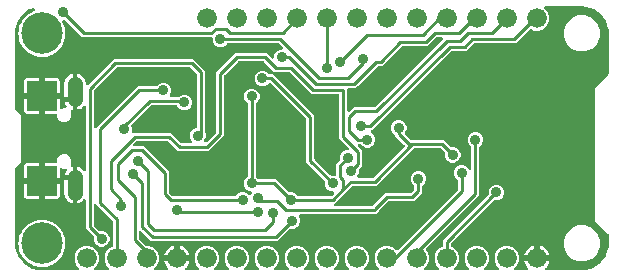
<source format=gbr>
G04 EAGLE Gerber RS-274X export*
G75*
%MOMM*%
%FSLAX34Y34*%
%LPD*%
%INBottom Copper*%
%IPPOS*%
%AMOC8*
5,1,8,0,0,1.08239X$1,22.5*%
G01*
%ADD10C,3.516000*%
%ADD11R,2.500000X2.500000*%
%ADD12C,1.308000*%
%ADD13C,1.676400*%
%ADD14C,0.906400*%
%ADD15C,0.254000*%

G36*
X131486Y2558D02*
X131486Y2558D01*
X131624Y2571D01*
X131643Y2578D01*
X131664Y2581D01*
X131793Y2632D01*
X131924Y2679D01*
X131940Y2690D01*
X131959Y2698D01*
X132071Y2779D01*
X132187Y2857D01*
X132200Y2873D01*
X132217Y2884D01*
X132305Y2992D01*
X132397Y3096D01*
X132406Y3114D01*
X132419Y3129D01*
X132479Y3255D01*
X132542Y3379D01*
X132546Y3399D01*
X132555Y3417D01*
X132581Y3554D01*
X132611Y3689D01*
X132611Y3710D01*
X132615Y3729D01*
X132606Y3868D01*
X132602Y4007D01*
X132596Y4027D01*
X132595Y4047D01*
X132552Y4179D01*
X132513Y4313D01*
X132503Y4330D01*
X132497Y4349D01*
X132423Y4467D01*
X132352Y4587D01*
X132333Y4608D01*
X132327Y4618D01*
X132312Y4632D01*
X132245Y4707D01*
X131369Y5584D01*
X130358Y6975D01*
X129577Y8507D01*
X129046Y10142D01*
X129037Y10201D01*
X138470Y10201D01*
X138588Y10216D01*
X138707Y10223D01*
X138745Y10235D01*
X138785Y10241D01*
X138896Y10284D01*
X139009Y10321D01*
X139043Y10343D01*
X139081Y10358D01*
X139177Y10427D01*
X139278Y10491D01*
X139306Y10521D01*
X139338Y10544D01*
X139414Y10636D01*
X139496Y10723D01*
X139515Y10758D01*
X139541Y10789D01*
X139592Y10897D01*
X139649Y11001D01*
X139659Y11041D01*
X139677Y11077D01*
X139697Y11184D01*
X139701Y11154D01*
X139745Y11044D01*
X139781Y10931D01*
X139803Y10896D01*
X139818Y10859D01*
X139888Y10762D01*
X139951Y10662D01*
X139981Y10634D01*
X140005Y10601D01*
X140096Y10525D01*
X140183Y10444D01*
X140219Y10424D01*
X140250Y10399D01*
X140357Y10348D01*
X140462Y10290D01*
X140501Y10280D01*
X140537Y10263D01*
X140654Y10241D01*
X140770Y10211D01*
X140830Y10207D01*
X140850Y10203D01*
X140870Y10205D01*
X140930Y10201D01*
X150363Y10201D01*
X150354Y10142D01*
X149823Y8507D01*
X149042Y6975D01*
X148031Y5584D01*
X147155Y4707D01*
X147070Y4598D01*
X146981Y4491D01*
X146972Y4472D01*
X146960Y4456D01*
X146904Y4328D01*
X146845Y4203D01*
X146841Y4183D01*
X146833Y4164D01*
X146811Y4026D01*
X146785Y3890D01*
X146787Y3870D01*
X146783Y3850D01*
X146796Y3711D01*
X146805Y3573D01*
X146811Y3554D01*
X146813Y3534D01*
X146860Y3402D01*
X146903Y3271D01*
X146914Y3253D01*
X146921Y3234D01*
X146999Y3119D01*
X147073Y3002D01*
X147088Y2988D01*
X147099Y2971D01*
X147203Y2879D01*
X147305Y2784D01*
X147323Y2774D01*
X147338Y2761D01*
X147462Y2698D01*
X147583Y2630D01*
X147603Y2625D01*
X147621Y2616D01*
X147757Y2586D01*
X147891Y2551D01*
X147919Y2549D01*
X147931Y2546D01*
X147952Y2547D01*
X148052Y2541D01*
X157466Y2541D01*
X157604Y2558D01*
X157743Y2571D01*
X157762Y2578D01*
X157782Y2581D01*
X157911Y2632D01*
X158042Y2679D01*
X158059Y2690D01*
X158078Y2698D01*
X158190Y2779D01*
X158305Y2857D01*
X158319Y2873D01*
X158335Y2884D01*
X158424Y2992D01*
X158516Y3096D01*
X158525Y3114D01*
X158538Y3129D01*
X158597Y3255D01*
X158660Y3379D01*
X158665Y3399D01*
X158673Y3417D01*
X158699Y3553D01*
X158730Y3689D01*
X158729Y3710D01*
X158733Y3729D01*
X158724Y3868D01*
X158720Y4007D01*
X158715Y4027D01*
X158713Y4047D01*
X158671Y4179D01*
X158632Y4313D01*
X158622Y4330D01*
X158615Y4349D01*
X158541Y4467D01*
X158470Y4587D01*
X158452Y4608D01*
X158445Y4618D01*
X158430Y4632D01*
X158364Y4707D01*
X156271Y6801D01*
X154685Y10628D01*
X154685Y14772D01*
X156271Y18599D01*
X159201Y21529D01*
X163028Y23115D01*
X167172Y23115D01*
X170999Y21529D01*
X173929Y18599D01*
X175515Y14772D01*
X175515Y10628D01*
X173929Y6801D01*
X171836Y4707D01*
X171751Y4598D01*
X171662Y4491D01*
X171654Y4472D01*
X171641Y4456D01*
X171586Y4328D01*
X171527Y4203D01*
X171523Y4183D01*
X171515Y4164D01*
X171493Y4026D01*
X171467Y3890D01*
X171468Y3870D01*
X171465Y3850D01*
X171478Y3711D01*
X171487Y3573D01*
X171493Y3554D01*
X171495Y3534D01*
X171542Y3402D01*
X171585Y3271D01*
X171596Y3253D01*
X171602Y3234D01*
X171680Y3119D01*
X171755Y3002D01*
X171770Y2988D01*
X171781Y2971D01*
X171885Y2879D01*
X171986Y2784D01*
X172004Y2774D01*
X172019Y2761D01*
X172144Y2697D01*
X172265Y2630D01*
X172285Y2625D01*
X172303Y2616D01*
X172438Y2586D01*
X172573Y2551D01*
X172601Y2549D01*
X172613Y2546D01*
X172633Y2547D01*
X172734Y2541D01*
X182866Y2541D01*
X183004Y2558D01*
X183143Y2571D01*
X183162Y2578D01*
X183182Y2581D01*
X183311Y2632D01*
X183442Y2679D01*
X183459Y2690D01*
X183478Y2698D01*
X183590Y2779D01*
X183705Y2857D01*
X183719Y2873D01*
X183735Y2884D01*
X183824Y2992D01*
X183916Y3096D01*
X183925Y3114D01*
X183938Y3129D01*
X183997Y3255D01*
X184060Y3379D01*
X184065Y3399D01*
X184073Y3417D01*
X184099Y3553D01*
X184130Y3689D01*
X184129Y3710D01*
X184133Y3729D01*
X184124Y3868D01*
X184120Y4007D01*
X184115Y4027D01*
X184113Y4047D01*
X184071Y4179D01*
X184032Y4313D01*
X184022Y4330D01*
X184015Y4349D01*
X183941Y4467D01*
X183870Y4587D01*
X183852Y4608D01*
X183845Y4618D01*
X183830Y4632D01*
X183764Y4707D01*
X181671Y6801D01*
X180085Y10628D01*
X180085Y14772D01*
X181671Y18599D01*
X184601Y21529D01*
X188428Y23115D01*
X192572Y23115D01*
X196399Y21529D01*
X199329Y18599D01*
X200915Y14772D01*
X200915Y10628D01*
X199329Y6801D01*
X197236Y4707D01*
X197151Y4598D01*
X197062Y4491D01*
X197054Y4472D01*
X197041Y4456D01*
X196986Y4328D01*
X196927Y4203D01*
X196923Y4183D01*
X196915Y4164D01*
X196893Y4026D01*
X196867Y3890D01*
X196868Y3870D01*
X196865Y3850D01*
X196878Y3711D01*
X196887Y3573D01*
X196893Y3554D01*
X196895Y3534D01*
X196942Y3402D01*
X196985Y3271D01*
X196996Y3253D01*
X197002Y3234D01*
X197080Y3119D01*
X197155Y3002D01*
X197170Y2988D01*
X197181Y2971D01*
X197285Y2879D01*
X197386Y2784D01*
X197404Y2774D01*
X197419Y2761D01*
X197544Y2697D01*
X197665Y2630D01*
X197685Y2625D01*
X197703Y2616D01*
X197838Y2586D01*
X197973Y2551D01*
X198001Y2549D01*
X198013Y2546D01*
X198033Y2547D01*
X198134Y2541D01*
X208266Y2541D01*
X208404Y2558D01*
X208543Y2571D01*
X208562Y2578D01*
X208582Y2581D01*
X208711Y2632D01*
X208842Y2679D01*
X208859Y2690D01*
X208878Y2698D01*
X208990Y2779D01*
X209105Y2857D01*
X209119Y2873D01*
X209135Y2884D01*
X209224Y2992D01*
X209316Y3096D01*
X209325Y3114D01*
X209338Y3129D01*
X209397Y3255D01*
X209460Y3379D01*
X209465Y3399D01*
X209473Y3417D01*
X209499Y3553D01*
X209530Y3689D01*
X209529Y3710D01*
X209533Y3729D01*
X209524Y3868D01*
X209520Y4007D01*
X209515Y4027D01*
X209513Y4047D01*
X209471Y4179D01*
X209432Y4313D01*
X209422Y4330D01*
X209415Y4349D01*
X209341Y4467D01*
X209270Y4587D01*
X209252Y4608D01*
X209245Y4618D01*
X209230Y4632D01*
X209164Y4707D01*
X207071Y6801D01*
X205485Y10628D01*
X205485Y14772D01*
X207071Y18599D01*
X210001Y21529D01*
X213828Y23115D01*
X217972Y23115D01*
X221799Y21529D01*
X224729Y18599D01*
X226315Y14772D01*
X226315Y10628D01*
X224729Y6801D01*
X222636Y4707D01*
X222551Y4598D01*
X222462Y4491D01*
X222454Y4472D01*
X222441Y4456D01*
X222386Y4328D01*
X222327Y4203D01*
X222323Y4183D01*
X222315Y4164D01*
X222293Y4026D01*
X222267Y3890D01*
X222268Y3870D01*
X222265Y3850D01*
X222278Y3711D01*
X222287Y3573D01*
X222293Y3554D01*
X222295Y3534D01*
X222342Y3402D01*
X222385Y3271D01*
X222396Y3253D01*
X222402Y3234D01*
X222480Y3119D01*
X222555Y3002D01*
X222570Y2988D01*
X222581Y2971D01*
X222685Y2879D01*
X222786Y2784D01*
X222804Y2774D01*
X222819Y2761D01*
X222944Y2697D01*
X223065Y2630D01*
X223085Y2625D01*
X223103Y2616D01*
X223238Y2586D01*
X223373Y2551D01*
X223401Y2549D01*
X223413Y2546D01*
X223433Y2547D01*
X223534Y2541D01*
X233666Y2541D01*
X233804Y2558D01*
X233943Y2571D01*
X233962Y2578D01*
X233982Y2581D01*
X234111Y2632D01*
X234242Y2679D01*
X234259Y2690D01*
X234278Y2698D01*
X234390Y2779D01*
X234505Y2857D01*
X234519Y2873D01*
X234535Y2884D01*
X234624Y2992D01*
X234716Y3096D01*
X234725Y3114D01*
X234738Y3129D01*
X234797Y3255D01*
X234860Y3379D01*
X234865Y3399D01*
X234873Y3417D01*
X234899Y3553D01*
X234930Y3689D01*
X234929Y3710D01*
X234933Y3729D01*
X234924Y3868D01*
X234920Y4007D01*
X234915Y4027D01*
X234913Y4047D01*
X234871Y4179D01*
X234832Y4313D01*
X234822Y4330D01*
X234815Y4349D01*
X234741Y4467D01*
X234670Y4587D01*
X234652Y4608D01*
X234645Y4618D01*
X234630Y4632D01*
X234564Y4707D01*
X232471Y6801D01*
X230885Y10628D01*
X230885Y14772D01*
X232471Y18599D01*
X235401Y21529D01*
X239228Y23115D01*
X243372Y23115D01*
X247199Y21529D01*
X250129Y18599D01*
X251715Y14772D01*
X251715Y10628D01*
X250129Y6801D01*
X248036Y4707D01*
X247951Y4598D01*
X247862Y4491D01*
X247854Y4472D01*
X247841Y4456D01*
X247786Y4328D01*
X247727Y4203D01*
X247723Y4183D01*
X247715Y4164D01*
X247693Y4026D01*
X247667Y3890D01*
X247668Y3870D01*
X247665Y3850D01*
X247678Y3711D01*
X247687Y3573D01*
X247693Y3554D01*
X247695Y3534D01*
X247742Y3402D01*
X247785Y3271D01*
X247796Y3253D01*
X247802Y3234D01*
X247880Y3119D01*
X247955Y3002D01*
X247970Y2988D01*
X247981Y2971D01*
X248085Y2879D01*
X248186Y2784D01*
X248204Y2774D01*
X248219Y2761D01*
X248344Y2697D01*
X248465Y2630D01*
X248485Y2625D01*
X248503Y2616D01*
X248638Y2586D01*
X248773Y2551D01*
X248801Y2549D01*
X248813Y2546D01*
X248833Y2547D01*
X248934Y2541D01*
X259066Y2541D01*
X259204Y2558D01*
X259343Y2571D01*
X259362Y2578D01*
X259382Y2581D01*
X259511Y2632D01*
X259642Y2679D01*
X259659Y2690D01*
X259678Y2698D01*
X259790Y2779D01*
X259905Y2857D01*
X259919Y2873D01*
X259935Y2884D01*
X260024Y2992D01*
X260116Y3096D01*
X260125Y3114D01*
X260138Y3129D01*
X260197Y3255D01*
X260260Y3379D01*
X260265Y3399D01*
X260273Y3417D01*
X260299Y3553D01*
X260330Y3689D01*
X260329Y3710D01*
X260333Y3729D01*
X260324Y3868D01*
X260320Y4007D01*
X260315Y4027D01*
X260313Y4047D01*
X260271Y4179D01*
X260232Y4313D01*
X260222Y4330D01*
X260215Y4349D01*
X260141Y4467D01*
X260070Y4587D01*
X260052Y4608D01*
X260045Y4618D01*
X260030Y4632D01*
X259964Y4707D01*
X257871Y6801D01*
X256285Y10628D01*
X256285Y14772D01*
X257871Y18599D01*
X260801Y21529D01*
X264628Y23115D01*
X268772Y23115D01*
X272599Y21529D01*
X275529Y18599D01*
X277115Y14772D01*
X277115Y10628D01*
X275529Y6801D01*
X273436Y4707D01*
X273351Y4598D01*
X273262Y4491D01*
X273254Y4472D01*
X273241Y4456D01*
X273186Y4328D01*
X273127Y4203D01*
X273123Y4183D01*
X273115Y4164D01*
X273093Y4026D01*
X273067Y3890D01*
X273068Y3870D01*
X273065Y3850D01*
X273078Y3711D01*
X273087Y3573D01*
X273093Y3554D01*
X273095Y3534D01*
X273142Y3402D01*
X273185Y3271D01*
X273196Y3253D01*
X273202Y3234D01*
X273280Y3119D01*
X273355Y3002D01*
X273370Y2988D01*
X273381Y2971D01*
X273485Y2879D01*
X273586Y2784D01*
X273604Y2774D01*
X273619Y2761D01*
X273744Y2697D01*
X273865Y2630D01*
X273885Y2625D01*
X273903Y2616D01*
X274038Y2586D01*
X274173Y2551D01*
X274201Y2549D01*
X274213Y2546D01*
X274233Y2547D01*
X274334Y2541D01*
X284466Y2541D01*
X284604Y2558D01*
X284743Y2571D01*
X284762Y2578D01*
X284782Y2581D01*
X284911Y2632D01*
X285042Y2679D01*
X285059Y2690D01*
X285078Y2698D01*
X285190Y2779D01*
X285305Y2857D01*
X285319Y2873D01*
X285335Y2884D01*
X285424Y2992D01*
X285516Y3096D01*
X285525Y3114D01*
X285538Y3129D01*
X285597Y3255D01*
X285660Y3379D01*
X285665Y3399D01*
X285673Y3417D01*
X285699Y3553D01*
X285730Y3689D01*
X285729Y3710D01*
X285733Y3729D01*
X285724Y3868D01*
X285720Y4007D01*
X285715Y4027D01*
X285713Y4047D01*
X285671Y4179D01*
X285632Y4313D01*
X285622Y4330D01*
X285615Y4349D01*
X285541Y4467D01*
X285470Y4587D01*
X285452Y4608D01*
X285445Y4618D01*
X285430Y4632D01*
X285364Y4707D01*
X283271Y6801D01*
X281685Y10628D01*
X281685Y14772D01*
X283271Y18599D01*
X286201Y21529D01*
X290028Y23115D01*
X294172Y23115D01*
X297999Y21529D01*
X300929Y18599D01*
X302515Y14772D01*
X302515Y10628D01*
X300929Y6801D01*
X298836Y4707D01*
X298751Y4598D01*
X298662Y4491D01*
X298654Y4472D01*
X298641Y4456D01*
X298586Y4328D01*
X298527Y4203D01*
X298523Y4183D01*
X298515Y4164D01*
X298493Y4026D01*
X298467Y3890D01*
X298468Y3870D01*
X298465Y3850D01*
X298478Y3711D01*
X298487Y3573D01*
X298493Y3554D01*
X298495Y3534D01*
X298542Y3402D01*
X298585Y3271D01*
X298596Y3253D01*
X298602Y3234D01*
X298680Y3119D01*
X298755Y3002D01*
X298770Y2988D01*
X298781Y2971D01*
X298885Y2879D01*
X298986Y2784D01*
X299004Y2774D01*
X299019Y2761D01*
X299144Y2697D01*
X299265Y2630D01*
X299285Y2625D01*
X299303Y2616D01*
X299438Y2586D01*
X299573Y2551D01*
X299601Y2549D01*
X299613Y2546D01*
X299633Y2547D01*
X299734Y2541D01*
X309866Y2541D01*
X310004Y2558D01*
X310143Y2571D01*
X310162Y2578D01*
X310182Y2581D01*
X310311Y2632D01*
X310442Y2679D01*
X310459Y2690D01*
X310478Y2698D01*
X310590Y2779D01*
X310705Y2857D01*
X310719Y2873D01*
X310735Y2884D01*
X310824Y2992D01*
X310916Y3096D01*
X310925Y3114D01*
X310938Y3129D01*
X310997Y3255D01*
X311060Y3379D01*
X311065Y3399D01*
X311073Y3417D01*
X311099Y3553D01*
X311130Y3689D01*
X311129Y3710D01*
X311133Y3729D01*
X311124Y3868D01*
X311120Y4007D01*
X311115Y4027D01*
X311113Y4047D01*
X311071Y4179D01*
X311032Y4313D01*
X311022Y4330D01*
X311015Y4349D01*
X310941Y4467D01*
X310870Y4587D01*
X310852Y4608D01*
X310845Y4618D01*
X310830Y4632D01*
X310764Y4707D01*
X308671Y6801D01*
X307085Y10628D01*
X307085Y14772D01*
X308671Y18599D01*
X311601Y21529D01*
X315428Y23115D01*
X319572Y23115D01*
X323399Y21529D01*
X324806Y20122D01*
X324901Y20049D01*
X324990Y19970D01*
X325026Y19952D01*
X325058Y19927D01*
X325167Y19880D01*
X325273Y19826D01*
X325312Y19817D01*
X325350Y19801D01*
X325467Y19782D01*
X325583Y19756D01*
X325624Y19757D01*
X325664Y19751D01*
X325782Y19762D01*
X325901Y19766D01*
X325940Y19777D01*
X325980Y19781D01*
X326092Y19821D01*
X326207Y19854D01*
X326241Y19875D01*
X326280Y19888D01*
X326378Y19955D01*
X326481Y20016D01*
X326526Y20056D01*
X326543Y20067D01*
X326556Y20082D01*
X326601Y20122D01*
X377326Y70846D01*
X377386Y70925D01*
X377454Y70997D01*
X377483Y71050D01*
X377520Y71098D01*
X377560Y71189D01*
X377608Y71275D01*
X377623Y71334D01*
X377647Y71389D01*
X377662Y71487D01*
X377687Y71583D01*
X377693Y71683D01*
X377697Y71704D01*
X377695Y71716D01*
X377697Y71744D01*
X377697Y78583D01*
X377685Y78681D01*
X377682Y78780D01*
X377665Y78839D01*
X377657Y78899D01*
X377621Y78991D01*
X377593Y79086D01*
X377563Y79138D01*
X377540Y79194D01*
X377482Y79274D01*
X377432Y79360D01*
X377366Y79435D01*
X377354Y79452D01*
X377344Y79459D01*
X377326Y79481D01*
X375435Y81371D01*
X374435Y83784D01*
X374435Y86396D01*
X375435Y88809D01*
X377281Y90655D01*
X379694Y91655D01*
X382306Y91655D01*
X384719Y90655D01*
X386565Y88809D01*
X386685Y88519D01*
X386720Y88458D01*
X386746Y88393D01*
X386798Y88321D01*
X386843Y88242D01*
X386892Y88192D01*
X386932Y88136D01*
X387002Y88079D01*
X387064Y88014D01*
X387124Y87978D01*
X387177Y87933D01*
X387259Y87895D01*
X387335Y87848D01*
X387402Y87827D01*
X387465Y87798D01*
X387553Y87781D01*
X387639Y87754D01*
X387709Y87751D01*
X387778Y87738D01*
X387867Y87743D01*
X387957Y87739D01*
X388025Y87753D01*
X388095Y87757D01*
X388180Y87785D01*
X388268Y87803D01*
X388331Y87834D01*
X388397Y87856D01*
X388473Y87904D01*
X388554Y87943D01*
X388607Y87988D01*
X388666Y88026D01*
X388728Y88091D01*
X388796Y88149D01*
X388836Y88206D01*
X388884Y88257D01*
X388927Y88336D01*
X388979Y88409D01*
X389004Y88475D01*
X389038Y88536D01*
X389060Y88623D01*
X389092Y88707D01*
X389100Y88776D01*
X389117Y88844D01*
X389127Y89004D01*
X389127Y106523D01*
X389115Y106621D01*
X389112Y106720D01*
X389095Y106778D01*
X389087Y106839D01*
X389051Y106931D01*
X389023Y107026D01*
X388993Y107078D01*
X388970Y107134D01*
X388912Y107214D01*
X388862Y107300D01*
X388796Y107375D01*
X388784Y107392D01*
X388774Y107399D01*
X388756Y107421D01*
X386865Y109311D01*
X385865Y111724D01*
X385865Y114336D01*
X386865Y116749D01*
X388711Y118595D01*
X391124Y119595D01*
X393736Y119595D01*
X396149Y118595D01*
X397995Y116749D01*
X398995Y114336D01*
X398995Y111724D01*
X397995Y109311D01*
X396104Y107421D01*
X396044Y107342D01*
X395976Y107270D01*
X395947Y107217D01*
X395910Y107169D01*
X395870Y107078D01*
X395822Y106992D01*
X395807Y106933D01*
X395783Y106877D01*
X395768Y106779D01*
X395743Y106684D01*
X395737Y106584D01*
X395733Y106563D01*
X395735Y106551D01*
X395733Y106523D01*
X395733Y65942D01*
X350957Y21166D01*
X350884Y21072D01*
X350805Y20983D01*
X350787Y20947D01*
X350762Y20915D01*
X350715Y20806D01*
X350661Y20700D01*
X350652Y20660D01*
X350636Y20623D01*
X350617Y20505D01*
X350591Y20390D01*
X350592Y20349D01*
X350586Y20309D01*
X350597Y20191D01*
X350601Y20072D01*
X350612Y20033D01*
X350616Y19993D01*
X350656Y19881D01*
X350689Y19766D01*
X350710Y19731D01*
X350723Y19693D01*
X350790Y19595D01*
X350851Y19492D01*
X350891Y19447D01*
X350902Y19430D01*
X350917Y19417D01*
X350957Y19371D01*
X351729Y18599D01*
X353315Y14772D01*
X353315Y10628D01*
X351729Y6801D01*
X349636Y4707D01*
X349551Y4598D01*
X349462Y4491D01*
X349454Y4472D01*
X349441Y4456D01*
X349386Y4328D01*
X349327Y4203D01*
X349323Y4183D01*
X349315Y4164D01*
X349293Y4026D01*
X349267Y3890D01*
X349268Y3870D01*
X349265Y3850D01*
X349278Y3711D01*
X349287Y3573D01*
X349293Y3554D01*
X349295Y3534D01*
X349342Y3402D01*
X349385Y3271D01*
X349396Y3253D01*
X349402Y3234D01*
X349480Y3119D01*
X349555Y3002D01*
X349570Y2988D01*
X349581Y2971D01*
X349685Y2879D01*
X349786Y2784D01*
X349804Y2774D01*
X349819Y2761D01*
X349944Y2697D01*
X350065Y2630D01*
X350085Y2625D01*
X350103Y2616D01*
X350238Y2586D01*
X350373Y2551D01*
X350401Y2549D01*
X350413Y2546D01*
X350433Y2547D01*
X350534Y2541D01*
X360666Y2541D01*
X360804Y2558D01*
X360943Y2571D01*
X360962Y2578D01*
X360982Y2581D01*
X361111Y2632D01*
X361242Y2679D01*
X361259Y2690D01*
X361278Y2698D01*
X361390Y2779D01*
X361505Y2857D01*
X361519Y2873D01*
X361535Y2884D01*
X361624Y2992D01*
X361716Y3096D01*
X361725Y3114D01*
X361738Y3129D01*
X361797Y3255D01*
X361860Y3379D01*
X361865Y3399D01*
X361873Y3417D01*
X361899Y3553D01*
X361930Y3689D01*
X361929Y3710D01*
X361933Y3729D01*
X361924Y3868D01*
X361920Y4007D01*
X361915Y4027D01*
X361913Y4047D01*
X361871Y4179D01*
X361832Y4313D01*
X361822Y4330D01*
X361815Y4349D01*
X361741Y4467D01*
X361670Y4587D01*
X361652Y4608D01*
X361645Y4618D01*
X361630Y4632D01*
X361564Y4707D01*
X359471Y6801D01*
X357885Y10628D01*
X357885Y14772D01*
X359471Y18599D01*
X362401Y21529D01*
X364214Y22280D01*
X364239Y22295D01*
X364267Y22304D01*
X364377Y22373D01*
X364490Y22438D01*
X364511Y22458D01*
X364536Y22474D01*
X364625Y22569D01*
X364718Y22659D01*
X364734Y22684D01*
X364754Y22706D01*
X364817Y22820D01*
X364885Y22930D01*
X364893Y22958D01*
X364908Y22984D01*
X364940Y23110D01*
X364978Y23234D01*
X364980Y23264D01*
X364987Y23292D01*
X364997Y23453D01*
X364997Y28038D01*
X403274Y66314D01*
X403334Y66393D01*
X403402Y66465D01*
X403431Y66518D01*
X403468Y66566D01*
X403508Y66657D01*
X403556Y66743D01*
X403571Y66802D01*
X403595Y66857D01*
X403610Y66955D01*
X403635Y67051D01*
X403641Y67151D01*
X403645Y67171D01*
X403643Y67184D01*
X403645Y67212D01*
X403645Y69886D01*
X404645Y72299D01*
X406491Y74145D01*
X408904Y75145D01*
X411516Y75145D01*
X413929Y74145D01*
X415775Y72299D01*
X416775Y69886D01*
X416775Y67274D01*
X415775Y64861D01*
X413929Y63015D01*
X411516Y62015D01*
X408842Y62015D01*
X408744Y62003D01*
X408645Y62000D01*
X408586Y61983D01*
X408526Y61975D01*
X408434Y61939D01*
X408339Y61911D01*
X408287Y61881D01*
X408231Y61858D01*
X408151Y61800D01*
X408065Y61750D01*
X407990Y61684D01*
X407973Y61672D01*
X407965Y61662D01*
X407944Y61644D01*
X371974Y25674D01*
X371914Y25595D01*
X371846Y25523D01*
X371817Y25470D01*
X371780Y25422D01*
X371740Y25331D01*
X371692Y25245D01*
X371677Y25186D01*
X371653Y25131D01*
X371638Y25033D01*
X371613Y24937D01*
X371607Y24837D01*
X371603Y24816D01*
X371605Y24804D01*
X371603Y24776D01*
X371603Y23453D01*
X371606Y23424D01*
X371604Y23394D01*
X371626Y23266D01*
X371643Y23137D01*
X371653Y23110D01*
X371658Y23081D01*
X371712Y22962D01*
X371760Y22842D01*
X371777Y22818D01*
X371789Y22791D01*
X371870Y22689D01*
X371946Y22584D01*
X371969Y22565D01*
X371988Y22542D01*
X372091Y22464D01*
X372191Y22381D01*
X372218Y22369D01*
X372242Y22351D01*
X372386Y22280D01*
X374199Y21529D01*
X377129Y18599D01*
X378715Y14772D01*
X378715Y10628D01*
X377129Y6801D01*
X375036Y4707D01*
X374951Y4598D01*
X374862Y4491D01*
X374854Y4472D01*
X374841Y4456D01*
X374786Y4328D01*
X374727Y4203D01*
X374723Y4183D01*
X374715Y4164D01*
X374693Y4026D01*
X374667Y3890D01*
X374668Y3870D01*
X374665Y3850D01*
X374678Y3711D01*
X374687Y3573D01*
X374693Y3554D01*
X374695Y3534D01*
X374742Y3402D01*
X374785Y3271D01*
X374796Y3253D01*
X374802Y3234D01*
X374880Y3119D01*
X374955Y3002D01*
X374970Y2988D01*
X374981Y2971D01*
X375085Y2879D01*
X375186Y2784D01*
X375204Y2774D01*
X375219Y2761D01*
X375344Y2697D01*
X375465Y2630D01*
X375485Y2625D01*
X375503Y2616D01*
X375638Y2586D01*
X375773Y2551D01*
X375801Y2549D01*
X375813Y2546D01*
X375833Y2547D01*
X375934Y2541D01*
X386066Y2541D01*
X386204Y2558D01*
X386343Y2571D01*
X386362Y2578D01*
X386382Y2581D01*
X386511Y2632D01*
X386642Y2679D01*
X386659Y2690D01*
X386678Y2698D01*
X386790Y2779D01*
X386905Y2857D01*
X386919Y2873D01*
X386935Y2884D01*
X387024Y2992D01*
X387116Y3096D01*
X387125Y3114D01*
X387138Y3129D01*
X387197Y3255D01*
X387260Y3379D01*
X387265Y3399D01*
X387273Y3417D01*
X387299Y3553D01*
X387330Y3689D01*
X387329Y3710D01*
X387333Y3729D01*
X387324Y3868D01*
X387320Y4007D01*
X387315Y4027D01*
X387313Y4047D01*
X387271Y4179D01*
X387232Y4313D01*
X387222Y4330D01*
X387215Y4349D01*
X387141Y4467D01*
X387070Y4587D01*
X387052Y4608D01*
X387045Y4618D01*
X387030Y4632D01*
X386964Y4707D01*
X384871Y6801D01*
X383285Y10628D01*
X383285Y14772D01*
X384871Y18599D01*
X387801Y21529D01*
X391628Y23115D01*
X395772Y23115D01*
X399599Y21529D01*
X402529Y18599D01*
X404115Y14772D01*
X404115Y10628D01*
X402529Y6801D01*
X400436Y4707D01*
X400351Y4598D01*
X400262Y4491D01*
X400254Y4472D01*
X400241Y4456D01*
X400186Y4328D01*
X400127Y4203D01*
X400123Y4183D01*
X400115Y4164D01*
X400093Y4026D01*
X400067Y3890D01*
X400068Y3870D01*
X400065Y3850D01*
X400078Y3711D01*
X400087Y3573D01*
X400093Y3554D01*
X400095Y3534D01*
X400142Y3402D01*
X400185Y3271D01*
X400196Y3253D01*
X400202Y3234D01*
X400280Y3119D01*
X400355Y3002D01*
X400370Y2988D01*
X400381Y2971D01*
X400485Y2879D01*
X400586Y2784D01*
X400604Y2774D01*
X400619Y2761D01*
X400744Y2697D01*
X400865Y2630D01*
X400885Y2625D01*
X400903Y2616D01*
X401038Y2586D01*
X401173Y2551D01*
X401201Y2549D01*
X401213Y2546D01*
X401233Y2547D01*
X401334Y2541D01*
X411466Y2541D01*
X411604Y2558D01*
X411743Y2571D01*
X411762Y2578D01*
X411782Y2581D01*
X411911Y2632D01*
X412042Y2679D01*
X412059Y2690D01*
X412078Y2698D01*
X412190Y2779D01*
X412305Y2857D01*
X412319Y2873D01*
X412335Y2884D01*
X412424Y2992D01*
X412516Y3096D01*
X412525Y3114D01*
X412538Y3129D01*
X412597Y3255D01*
X412660Y3379D01*
X412665Y3399D01*
X412673Y3417D01*
X412699Y3553D01*
X412730Y3689D01*
X412729Y3710D01*
X412733Y3729D01*
X412724Y3868D01*
X412720Y4007D01*
X412715Y4027D01*
X412713Y4047D01*
X412671Y4179D01*
X412632Y4313D01*
X412622Y4330D01*
X412615Y4349D01*
X412541Y4467D01*
X412470Y4587D01*
X412452Y4608D01*
X412445Y4618D01*
X412430Y4632D01*
X412364Y4707D01*
X410271Y6801D01*
X408685Y10628D01*
X408685Y14772D01*
X410271Y18599D01*
X413201Y21529D01*
X417028Y23115D01*
X421172Y23115D01*
X424999Y21529D01*
X427929Y18599D01*
X429515Y14772D01*
X429515Y10628D01*
X427929Y6801D01*
X425836Y4707D01*
X425751Y4598D01*
X425662Y4491D01*
X425654Y4472D01*
X425641Y4456D01*
X425586Y4328D01*
X425527Y4203D01*
X425523Y4183D01*
X425515Y4164D01*
X425493Y4026D01*
X425467Y3890D01*
X425468Y3870D01*
X425465Y3850D01*
X425478Y3711D01*
X425487Y3573D01*
X425493Y3554D01*
X425495Y3534D01*
X425542Y3402D01*
X425585Y3271D01*
X425596Y3253D01*
X425602Y3234D01*
X425680Y3119D01*
X425755Y3002D01*
X425770Y2988D01*
X425781Y2971D01*
X425885Y2879D01*
X425986Y2784D01*
X426004Y2774D01*
X426019Y2761D01*
X426144Y2697D01*
X426265Y2630D01*
X426285Y2625D01*
X426303Y2616D01*
X426438Y2586D01*
X426573Y2551D01*
X426601Y2549D01*
X426613Y2546D01*
X426633Y2547D01*
X426734Y2541D01*
X436148Y2541D01*
X436286Y2558D01*
X436424Y2571D01*
X436443Y2578D01*
X436464Y2581D01*
X436593Y2632D01*
X436724Y2679D01*
X436740Y2690D01*
X436759Y2698D01*
X436871Y2779D01*
X436987Y2857D01*
X437000Y2873D01*
X437017Y2884D01*
X437105Y2992D01*
X437197Y3096D01*
X437206Y3114D01*
X437219Y3129D01*
X437279Y3255D01*
X437342Y3379D01*
X437346Y3399D01*
X437355Y3417D01*
X437381Y3554D01*
X437411Y3689D01*
X437411Y3710D01*
X437415Y3729D01*
X437406Y3868D01*
X437402Y4007D01*
X437396Y4027D01*
X437395Y4047D01*
X437352Y4179D01*
X437313Y4313D01*
X437303Y4330D01*
X437297Y4349D01*
X437223Y4467D01*
X437152Y4587D01*
X437133Y4608D01*
X437127Y4618D01*
X437112Y4632D01*
X437045Y4707D01*
X436169Y5584D01*
X435158Y6975D01*
X434377Y8507D01*
X433846Y10142D01*
X433837Y10201D01*
X443270Y10201D01*
X443388Y10216D01*
X443507Y10223D01*
X443545Y10235D01*
X443585Y10241D01*
X443696Y10284D01*
X443809Y10321D01*
X443843Y10343D01*
X443881Y10358D01*
X443977Y10427D01*
X444078Y10491D01*
X444106Y10521D01*
X444138Y10544D01*
X444214Y10636D01*
X444296Y10723D01*
X444315Y10758D01*
X444341Y10789D01*
X444392Y10897D01*
X444449Y11001D01*
X444459Y11041D01*
X444477Y11077D01*
X444497Y11184D01*
X444501Y11154D01*
X444545Y11044D01*
X444581Y10931D01*
X444603Y10896D01*
X444618Y10859D01*
X444688Y10762D01*
X444751Y10662D01*
X444781Y10634D01*
X444805Y10601D01*
X444896Y10525D01*
X444983Y10444D01*
X445019Y10424D01*
X445050Y10399D01*
X445157Y10348D01*
X445262Y10290D01*
X445301Y10280D01*
X445337Y10263D01*
X445454Y10241D01*
X445570Y10211D01*
X445630Y10207D01*
X445650Y10203D01*
X445670Y10205D01*
X445730Y10201D01*
X455163Y10201D01*
X455154Y10142D01*
X454623Y8507D01*
X453842Y6975D01*
X452831Y5584D01*
X451955Y4707D01*
X451870Y4598D01*
X451781Y4491D01*
X451772Y4472D01*
X451760Y4456D01*
X451704Y4328D01*
X451645Y4203D01*
X451641Y4183D01*
X451633Y4164D01*
X451611Y4026D01*
X451585Y3890D01*
X451587Y3870D01*
X451583Y3850D01*
X451596Y3711D01*
X451605Y3573D01*
X451611Y3554D01*
X451613Y3534D01*
X451660Y3402D01*
X451703Y3271D01*
X451714Y3253D01*
X451721Y3234D01*
X451799Y3119D01*
X451873Y3002D01*
X451888Y2988D01*
X451899Y2971D01*
X452003Y2879D01*
X452105Y2784D01*
X452123Y2774D01*
X452138Y2761D01*
X452262Y2698D01*
X452383Y2630D01*
X452403Y2625D01*
X452421Y2616D01*
X452557Y2586D01*
X452691Y2551D01*
X452719Y2549D01*
X452731Y2546D01*
X452752Y2547D01*
X452852Y2541D01*
X482600Y2541D01*
X482622Y2543D01*
X482700Y2545D01*
X486077Y2810D01*
X486145Y2824D01*
X486214Y2829D01*
X486370Y2869D01*
X492794Y4956D01*
X492901Y5006D01*
X493012Y5050D01*
X493063Y5083D01*
X493082Y5091D01*
X493097Y5104D01*
X493148Y5136D01*
X498612Y9107D01*
X498699Y9188D01*
X498746Y9227D01*
X498752Y9231D01*
X498753Y9232D01*
X498791Y9264D01*
X498829Y9310D01*
X498844Y9324D01*
X498855Y9342D01*
X498893Y9388D01*
X502864Y14852D01*
X502921Y14956D01*
X502985Y15056D01*
X503007Y15113D01*
X503017Y15131D01*
X503022Y15151D01*
X503044Y15206D01*
X505131Y21630D01*
X505144Y21698D01*
X505167Y21764D01*
X505190Y21923D01*
X505455Y25300D01*
X505455Y25304D01*
X505456Y25307D01*
X505455Y25326D01*
X505459Y25400D01*
X505459Y32712D01*
X505447Y32810D01*
X505444Y32909D01*
X505427Y32967D01*
X505419Y33027D01*
X505383Y33119D01*
X505355Y33215D01*
X505325Y33267D01*
X505302Y33323D01*
X505244Y33403D01*
X505194Y33488D01*
X505128Y33564D01*
X505116Y33580D01*
X505106Y33588D01*
X505088Y33609D01*
X494029Y44668D01*
X494029Y157262D01*
X505088Y168321D01*
X505148Y168399D01*
X505216Y168471D01*
X505245Y168524D01*
X505282Y168572D01*
X505322Y168663D01*
X505370Y168750D01*
X505385Y168808D01*
X505409Y168864D01*
X505424Y168962D01*
X505449Y169057D01*
X505455Y169158D01*
X505459Y169178D01*
X505457Y169190D01*
X505459Y169218D01*
X505459Y203200D01*
X505457Y203222D01*
X505455Y203300D01*
X505190Y206677D01*
X505176Y206745D01*
X505171Y206814D01*
X505131Y206970D01*
X503044Y213394D01*
X502994Y213501D01*
X502950Y213612D01*
X502917Y213663D01*
X502909Y213682D01*
X502896Y213697D01*
X502864Y213748D01*
X498893Y219212D01*
X498812Y219299D01*
X498736Y219391D01*
X498690Y219429D01*
X498676Y219444D01*
X498658Y219455D01*
X498612Y219493D01*
X493148Y223464D01*
X493044Y223521D01*
X492944Y223585D01*
X492887Y223607D01*
X492869Y223617D01*
X492849Y223622D01*
X492794Y223644D01*
X486370Y225731D01*
X486302Y225744D01*
X486236Y225767D01*
X486077Y225790D01*
X482700Y226055D01*
X482678Y226054D01*
X482600Y226059D01*
X452134Y226059D01*
X451996Y226042D01*
X451857Y226029D01*
X451838Y226022D01*
X451818Y226019D01*
X451689Y225968D01*
X451558Y225921D01*
X451541Y225910D01*
X451522Y225902D01*
X451410Y225821D01*
X451295Y225743D01*
X451281Y225727D01*
X451265Y225716D01*
X451176Y225608D01*
X451084Y225504D01*
X451075Y225486D01*
X451062Y225471D01*
X451003Y225345D01*
X450940Y225221D01*
X450935Y225201D01*
X450927Y225183D01*
X450901Y225047D01*
X450870Y224911D01*
X450871Y224890D01*
X450867Y224871D01*
X450876Y224732D01*
X450880Y224593D01*
X450885Y224573D01*
X450887Y224553D01*
X450929Y224421D01*
X450968Y224287D01*
X450978Y224270D01*
X450985Y224251D01*
X451059Y224133D01*
X451130Y224013D01*
X451148Y223992D01*
X451155Y223982D01*
X451170Y223968D01*
X451236Y223893D01*
X453329Y221799D01*
X454915Y217972D01*
X454915Y213828D01*
X453329Y210001D01*
X450399Y207071D01*
X446572Y205485D01*
X442428Y205485D01*
X439717Y206608D01*
X439689Y206616D01*
X439662Y206630D01*
X439536Y206658D01*
X439410Y206692D01*
X439381Y206693D01*
X439352Y206699D01*
X439222Y206695D01*
X439092Y206697D01*
X439064Y206690D01*
X439034Y206690D01*
X438910Y206653D01*
X438783Y206623D01*
X438757Y206609D01*
X438729Y206601D01*
X438617Y206535D01*
X438502Y206474D01*
X438480Y206455D01*
X438455Y206440D01*
X438334Y206333D01*
X426818Y194817D01*
X391784Y194817D01*
X391686Y194805D01*
X391587Y194802D01*
X391528Y194785D01*
X391468Y194777D01*
X391376Y194741D01*
X391281Y194713D01*
X391229Y194683D01*
X391173Y194660D01*
X391093Y194602D01*
X391007Y194552D01*
X390932Y194486D01*
X390915Y194474D01*
X390907Y194464D01*
X390886Y194446D01*
X384908Y188467D01*
X372734Y188467D01*
X372636Y188455D01*
X372537Y188452D01*
X372478Y188435D01*
X372418Y188427D01*
X372326Y188391D01*
X372231Y188363D01*
X372179Y188333D01*
X372123Y188310D01*
X372042Y188252D01*
X371957Y188202D01*
X371882Y188136D01*
X371865Y188124D01*
X371857Y188114D01*
X371836Y188096D01*
X304897Y121156D01*
X304835Y121149D01*
X304765Y121150D01*
X304678Y121129D01*
X304589Y121117D01*
X304524Y121092D01*
X304456Y121075D01*
X304377Y121033D01*
X304293Y121000D01*
X304237Y120959D01*
X304175Y120927D01*
X304108Y120866D01*
X304036Y120814D01*
X303991Y120760D01*
X303940Y120713D01*
X303890Y120638D01*
X303833Y120569D01*
X303803Y120505D01*
X303765Y120447D01*
X303736Y120362D01*
X303698Y120281D01*
X303684Y120212D01*
X303662Y120146D01*
X303655Y120057D01*
X303638Y119969D01*
X303642Y119899D01*
X303637Y119829D01*
X303652Y119741D01*
X303657Y119651D01*
X303679Y119585D01*
X303691Y119516D01*
X303728Y119434D01*
X303756Y119349D01*
X303793Y119290D01*
X303822Y119226D01*
X303878Y119156D01*
X303926Y119080D01*
X303977Y119032D01*
X304020Y118978D01*
X304092Y118923D01*
X304157Y118862D01*
X304218Y118828D01*
X304274Y118786D01*
X304419Y118715D01*
X304709Y118595D01*
X306555Y116749D01*
X307555Y114336D01*
X307555Y111724D01*
X306555Y109311D01*
X304709Y107465D01*
X302296Y106465D01*
X299684Y106465D01*
X297271Y107465D01*
X295381Y109356D01*
X295302Y109416D01*
X295230Y109484D01*
X295177Y109513D01*
X295129Y109550D01*
X295038Y109590D01*
X294952Y109638D01*
X294893Y109653D01*
X294837Y109677D01*
X294739Y109692D01*
X294644Y109717D01*
X294544Y109723D01*
X294523Y109727D01*
X294511Y109725D01*
X294483Y109727D01*
X294248Y109727D01*
X294110Y109710D01*
X293971Y109697D01*
X293952Y109690D01*
X293932Y109687D01*
X293803Y109636D01*
X293672Y109589D01*
X293655Y109578D01*
X293637Y109570D01*
X293524Y109489D01*
X293409Y109411D01*
X293396Y109395D01*
X293379Y109384D01*
X293290Y109276D01*
X293198Y109172D01*
X293189Y109154D01*
X293176Y109139D01*
X293117Y109013D01*
X293054Y108889D01*
X293049Y108869D01*
X293041Y108851D01*
X293015Y108714D01*
X292984Y108579D01*
X292985Y108558D01*
X292981Y108539D01*
X292990Y108400D01*
X292994Y108261D01*
X293000Y108241D01*
X293001Y108221D01*
X293044Y108089D01*
X293082Y107955D01*
X293093Y107938D01*
X293099Y107919D01*
X293173Y107801D01*
X293244Y107681D01*
X293262Y107660D01*
X293269Y107650D01*
X293284Y107636D01*
X293350Y107561D01*
X294366Y106545D01*
X294366Y106544D01*
X296673Y104238D01*
X296673Y91342D01*
X293956Y88626D01*
X293896Y88547D01*
X293828Y88475D01*
X293799Y88422D01*
X293762Y88374D01*
X293722Y88283D01*
X293674Y88197D01*
X293659Y88138D01*
X293635Y88083D01*
X293620Y87985D01*
X293595Y87889D01*
X293589Y87789D01*
X293585Y87768D01*
X293587Y87756D01*
X293585Y87728D01*
X293585Y85054D01*
X292538Y82528D01*
X292525Y82480D01*
X292504Y82435D01*
X292483Y82327D01*
X292454Y82221D01*
X292453Y82171D01*
X292444Y82122D01*
X292451Y82013D01*
X292449Y81903D01*
X292461Y81855D01*
X292464Y81805D01*
X292498Y81701D01*
X292523Y81594D01*
X292547Y81550D01*
X292562Y81503D01*
X292621Y81410D01*
X292672Y81313D01*
X292705Y81276D01*
X292732Y81234D01*
X292812Y81159D01*
X292886Y81077D01*
X292927Y81050D01*
X292964Y81016D01*
X293060Y80963D01*
X293152Y80903D01*
X293199Y80886D01*
X293242Y80862D01*
X293348Y80835D01*
X293453Y80799D01*
X293502Y80795D01*
X293550Y80783D01*
X293711Y80773D01*
X305446Y80773D01*
X305544Y80785D01*
X305643Y80788D01*
X305702Y80805D01*
X305762Y80813D01*
X305854Y80849D01*
X305949Y80877D01*
X306001Y80907D01*
X306057Y80930D01*
X306137Y80988D01*
X306223Y81038D01*
X306298Y81104D01*
X306315Y81116D01*
X306323Y81126D01*
X306344Y81144D01*
X332252Y107052D01*
X332325Y107147D01*
X332403Y107236D01*
X332422Y107272D01*
X332447Y107304D01*
X332494Y107413D01*
X332548Y107519D01*
X332557Y107558D01*
X332573Y107596D01*
X332592Y107713D01*
X332618Y107829D01*
X332617Y107870D01*
X332623Y107910D01*
X332612Y108028D01*
X332608Y108147D01*
X332597Y108186D01*
X332593Y108226D01*
X332553Y108339D01*
X332520Y108453D01*
X332499Y108487D01*
X332485Y108526D01*
X332419Y108624D01*
X332358Y108727D01*
X332318Y108772D01*
X332307Y108789D01*
X332292Y108802D01*
X332252Y108847D01*
X324349Y116750D01*
X324345Y116781D01*
X324342Y116880D01*
X324325Y116938D01*
X324317Y116999D01*
X324281Y117091D01*
X324253Y117186D01*
X324223Y117238D01*
X324200Y117294D01*
X324142Y117374D01*
X324092Y117460D01*
X324026Y117535D01*
X324014Y117552D01*
X324004Y117559D01*
X323986Y117581D01*
X322095Y119471D01*
X321095Y121884D01*
X321095Y124496D01*
X322095Y126909D01*
X323941Y128755D01*
X326354Y129755D01*
X328966Y129755D01*
X331379Y128755D01*
X333225Y126909D01*
X334225Y124496D01*
X334225Y121884D01*
X333225Y119471D01*
X332995Y119241D01*
X332922Y119147D01*
X332843Y119058D01*
X332825Y119022D01*
X332800Y118990D01*
X332753Y118880D01*
X332698Y118774D01*
X332690Y118735D01*
X332674Y118698D01*
X332655Y118580D01*
X332629Y118464D01*
X332630Y118424D01*
X332624Y118384D01*
X332635Y118265D01*
X332638Y118146D01*
X332650Y118107D01*
X332654Y118067D01*
X332694Y117955D01*
X332727Y117841D01*
X332747Y117806D01*
X332761Y117768D01*
X332828Y117669D01*
X332888Y117567D01*
X332928Y117522D01*
X332940Y117505D01*
X332955Y117491D01*
X332995Y117446D01*
X337546Y112894D01*
X337625Y112834D01*
X337697Y112766D01*
X337750Y112737D01*
X337798Y112700D01*
X337889Y112660D01*
X337975Y112612D01*
X338034Y112597D01*
X338089Y112573D01*
X338187Y112558D01*
X338283Y112533D01*
X338383Y112527D01*
X338404Y112523D01*
X338416Y112525D01*
X338444Y112523D01*
X365858Y112523D01*
X368164Y110217D01*
X368164Y110216D01*
X371114Y107266D01*
X371193Y107206D01*
X371265Y107138D01*
X371318Y107109D01*
X371366Y107072D01*
X371457Y107032D01*
X371543Y106984D01*
X371602Y106969D01*
X371657Y106945D01*
X371755Y106930D01*
X371851Y106905D01*
X371951Y106899D01*
X371972Y106895D01*
X371984Y106897D01*
X372012Y106895D01*
X374686Y106895D01*
X377099Y105895D01*
X378945Y104049D01*
X379945Y101636D01*
X379945Y99024D01*
X378945Y96611D01*
X377099Y94765D01*
X374686Y93765D01*
X372074Y93765D01*
X369661Y94765D01*
X367815Y96611D01*
X366815Y99024D01*
X366815Y101698D01*
X366803Y101796D01*
X366800Y101895D01*
X366783Y101954D01*
X366775Y102014D01*
X366739Y102106D01*
X366711Y102201D01*
X366681Y102253D01*
X366658Y102309D01*
X366600Y102389D01*
X366550Y102475D01*
X366484Y102550D01*
X366472Y102567D01*
X366462Y102575D01*
X366444Y102596D01*
X363494Y105546D01*
X363415Y105606D01*
X363343Y105674D01*
X363290Y105703D01*
X363242Y105740D01*
X363151Y105780D01*
X363065Y105828D01*
X363006Y105843D01*
X362951Y105867D01*
X362853Y105882D01*
X362757Y105907D01*
X362657Y105913D01*
X362637Y105917D01*
X362624Y105915D01*
X362596Y105917D01*
X340984Y105917D01*
X340886Y105905D01*
X340787Y105902D01*
X340728Y105885D01*
X340668Y105877D01*
X340576Y105841D01*
X340481Y105813D01*
X340429Y105783D01*
X340373Y105760D01*
X340293Y105702D01*
X340207Y105652D01*
X340132Y105586D01*
X340115Y105574D01*
X340107Y105564D01*
X340086Y105546D01*
X308708Y74167D01*
X288914Y74167D01*
X288816Y74155D01*
X288717Y74152D01*
X288658Y74135D01*
X288598Y74127D01*
X288506Y74091D01*
X288411Y74063D01*
X288359Y74033D01*
X288303Y74010D01*
X288222Y73952D01*
X288137Y73902D01*
X288062Y73836D01*
X288045Y73824D01*
X288037Y73814D01*
X288016Y73796D01*
X281666Y67446D01*
X275454Y61234D01*
X273030Y58809D01*
X272945Y58700D01*
X272856Y58593D01*
X272848Y58574D01*
X272835Y58558D01*
X272780Y58430D01*
X272721Y58305D01*
X272717Y58285D01*
X272709Y58266D01*
X272687Y58128D01*
X272661Y57992D01*
X272662Y57972D01*
X272659Y57952D01*
X272672Y57813D01*
X272681Y57675D01*
X272687Y57656D01*
X272689Y57636D01*
X272736Y57504D01*
X272779Y57373D01*
X272790Y57355D01*
X272797Y57336D01*
X272875Y57221D01*
X272949Y57104D01*
X272964Y57090D01*
X272975Y57073D01*
X273079Y56981D01*
X273181Y56886D01*
X273198Y56876D01*
X273214Y56863D01*
X273338Y56799D01*
X273459Y56732D01*
X273479Y56727D01*
X273497Y56718D01*
X273633Y56688D01*
X273767Y56653D01*
X273795Y56651D01*
X273807Y56648D01*
X273828Y56649D01*
X273928Y56643D01*
X304176Y56643D01*
X304274Y56655D01*
X304373Y56658D01*
X304432Y56675D01*
X304492Y56683D01*
X304584Y56719D01*
X304679Y56747D01*
X304731Y56777D01*
X304787Y56800D01*
X304867Y56858D01*
X304953Y56908D01*
X305028Y56974D01*
X305045Y56986D01*
X305053Y56996D01*
X305074Y57014D01*
X316132Y68073D01*
X337196Y68073D01*
X337294Y68085D01*
X337393Y68088D01*
X337452Y68105D01*
X337512Y68113D01*
X337604Y68149D01*
X337699Y68177D01*
X337751Y68207D01*
X337807Y68230D01*
X337887Y68288D01*
X337973Y68338D01*
X338048Y68404D01*
X338065Y68416D01*
X338073Y68426D01*
X338094Y68444D01*
X340496Y70846D01*
X340556Y70925D01*
X340624Y70997D01*
X340653Y71050D01*
X340690Y71098D01*
X340730Y71189D01*
X340778Y71275D01*
X340793Y71334D01*
X340817Y71389D01*
X340832Y71487D01*
X340857Y71583D01*
X340863Y71683D01*
X340867Y71704D01*
X340865Y71716D01*
X340867Y71744D01*
X340867Y73503D01*
X340855Y73601D01*
X340852Y73700D01*
X340835Y73758D01*
X340827Y73819D01*
X340791Y73911D01*
X340763Y74006D01*
X340733Y74058D01*
X340710Y74114D01*
X340652Y74194D01*
X340602Y74280D01*
X340536Y74355D01*
X340524Y74372D01*
X340514Y74379D01*
X340496Y74401D01*
X338605Y76291D01*
X337605Y78704D01*
X337605Y81316D01*
X338605Y83729D01*
X340451Y85575D01*
X342864Y86575D01*
X345476Y86575D01*
X347889Y85575D01*
X349735Y83729D01*
X350735Y81316D01*
X350735Y78704D01*
X349735Y76291D01*
X347844Y74401D01*
X347784Y74322D01*
X347716Y74250D01*
X347687Y74197D01*
X347650Y74149D01*
X347610Y74058D01*
X347562Y73972D01*
X347547Y73913D01*
X347523Y73857D01*
X347508Y73759D01*
X347483Y73664D01*
X347477Y73564D01*
X347473Y73543D01*
X347475Y73531D01*
X347473Y73503D01*
X347473Y68482D01*
X340458Y61467D01*
X319394Y61467D01*
X319296Y61455D01*
X319197Y61452D01*
X319138Y61435D01*
X319078Y61427D01*
X318986Y61391D01*
X318891Y61363D01*
X318839Y61333D01*
X318783Y61310D01*
X318703Y61252D01*
X318617Y61202D01*
X318542Y61136D01*
X318525Y61124D01*
X318517Y61114D01*
X318496Y61096D01*
X311014Y53614D01*
X310954Y53535D01*
X310886Y53463D01*
X310857Y53410D01*
X310820Y53362D01*
X310780Y53271D01*
X310732Y53185D01*
X310717Y53126D01*
X310693Y53071D01*
X310678Y52973D01*
X310653Y52877D01*
X310647Y52777D01*
X310643Y52756D01*
X310645Y52744D01*
X310643Y52716D01*
X310643Y51972D01*
X308708Y50037D01*
X244181Y50037D01*
X244131Y50031D01*
X244082Y50033D01*
X243975Y50011D01*
X243865Y49997D01*
X243819Y49979D01*
X243770Y49969D01*
X243672Y49921D01*
X243570Y49880D01*
X243530Y49851D01*
X243485Y49829D01*
X243401Y49758D01*
X243312Y49694D01*
X243281Y49655D01*
X243243Y49623D01*
X243180Y49533D01*
X243109Y49449D01*
X243088Y49404D01*
X243060Y49363D01*
X243021Y49260D01*
X242974Y49161D01*
X242965Y49112D01*
X242947Y49066D01*
X242935Y48956D01*
X242914Y48849D01*
X242917Y48799D01*
X242912Y48750D01*
X242927Y48641D01*
X242934Y48531D01*
X242949Y48484D01*
X242956Y48435D01*
X243008Y48282D01*
X244055Y45756D01*
X244055Y43144D01*
X243055Y40731D01*
X241209Y38885D01*
X238796Y37885D01*
X236122Y37885D01*
X236024Y37873D01*
X235925Y37870D01*
X235866Y37853D01*
X235806Y37845D01*
X235714Y37809D01*
X235619Y37781D01*
X235567Y37751D01*
X235511Y37728D01*
X235431Y37670D01*
X235345Y37620D01*
X235270Y37554D01*
X235253Y37542D01*
X235245Y37532D01*
X235224Y37514D01*
X224888Y27177D01*
X118012Y27177D01*
X115706Y29484D01*
X109609Y35580D01*
X109500Y35665D01*
X109393Y35754D01*
X109374Y35762D01*
X109358Y35775D01*
X109230Y35830D01*
X109105Y35889D01*
X109085Y35893D01*
X109066Y35901D01*
X108928Y35923D01*
X108792Y35949D01*
X108772Y35948D01*
X108752Y35951D01*
X108613Y35938D01*
X108475Y35929D01*
X108456Y35923D01*
X108436Y35921D01*
X108304Y35874D01*
X108173Y35831D01*
X108155Y35820D01*
X108136Y35813D01*
X108021Y35735D01*
X107904Y35661D01*
X107890Y35646D01*
X107873Y35635D01*
X107781Y35531D01*
X107686Y35429D01*
X107676Y35412D01*
X107663Y35396D01*
X107599Y35272D01*
X107532Y35151D01*
X107527Y35131D01*
X107518Y35113D01*
X107488Y34977D01*
X107453Y34843D01*
X107451Y34815D01*
X107448Y34803D01*
X107449Y34782D01*
X107443Y34682D01*
X107443Y29834D01*
X107455Y29736D01*
X107458Y29637D01*
X107475Y29578D01*
X107483Y29518D01*
X107519Y29426D01*
X107547Y29331D01*
X107577Y29279D01*
X107600Y29223D01*
X107658Y29143D01*
X107708Y29057D01*
X107774Y28982D01*
X107786Y28965D01*
X107796Y28957D01*
X107814Y28936D01*
X113264Y23486D01*
X113343Y23426D01*
X113415Y23358D01*
X113468Y23329D01*
X113516Y23292D01*
X113607Y23252D01*
X113693Y23204D01*
X113752Y23189D01*
X113807Y23165D01*
X113905Y23150D01*
X114001Y23125D01*
X114101Y23119D01*
X114122Y23115D01*
X114134Y23117D01*
X114162Y23115D01*
X116372Y23115D01*
X120199Y21529D01*
X123129Y18599D01*
X124715Y14772D01*
X124715Y10628D01*
X123129Y6801D01*
X121036Y4707D01*
X120951Y4598D01*
X120862Y4491D01*
X120854Y4472D01*
X120841Y4456D01*
X120786Y4328D01*
X120727Y4203D01*
X120723Y4183D01*
X120715Y4164D01*
X120693Y4026D01*
X120667Y3890D01*
X120668Y3870D01*
X120665Y3850D01*
X120678Y3711D01*
X120687Y3573D01*
X120693Y3554D01*
X120695Y3534D01*
X120742Y3402D01*
X120785Y3271D01*
X120796Y3253D01*
X120802Y3234D01*
X120880Y3119D01*
X120955Y3002D01*
X120970Y2988D01*
X120981Y2971D01*
X121085Y2879D01*
X121186Y2784D01*
X121204Y2774D01*
X121219Y2761D01*
X121344Y2697D01*
X121465Y2630D01*
X121485Y2625D01*
X121503Y2616D01*
X121638Y2586D01*
X121773Y2551D01*
X121801Y2549D01*
X121813Y2546D01*
X121833Y2547D01*
X121934Y2541D01*
X131348Y2541D01*
X131486Y2558D01*
G37*
G36*
X56004Y2558D02*
X56004Y2558D01*
X56143Y2571D01*
X56162Y2578D01*
X56182Y2581D01*
X56311Y2632D01*
X56442Y2679D01*
X56459Y2690D01*
X56478Y2698D01*
X56590Y2779D01*
X56705Y2857D01*
X56719Y2873D01*
X56735Y2884D01*
X56824Y2992D01*
X56916Y3096D01*
X56925Y3114D01*
X56938Y3129D01*
X56997Y3255D01*
X57060Y3379D01*
X57065Y3399D01*
X57073Y3417D01*
X57099Y3553D01*
X57130Y3689D01*
X57129Y3710D01*
X57133Y3729D01*
X57124Y3868D01*
X57120Y4007D01*
X57115Y4027D01*
X57113Y4047D01*
X57071Y4179D01*
X57032Y4313D01*
X57022Y4330D01*
X57015Y4349D01*
X56941Y4467D01*
X56870Y4587D01*
X56852Y4608D01*
X56845Y4618D01*
X56830Y4632D01*
X56764Y4707D01*
X54671Y6801D01*
X53085Y10628D01*
X53085Y14772D01*
X54671Y18599D01*
X57601Y21529D01*
X61428Y23115D01*
X65572Y23115D01*
X69399Y21529D01*
X72329Y18599D01*
X73915Y14772D01*
X73915Y10628D01*
X72329Y6801D01*
X70236Y4707D01*
X70151Y4598D01*
X70062Y4491D01*
X70054Y4472D01*
X70041Y4456D01*
X69986Y4328D01*
X69927Y4203D01*
X69923Y4183D01*
X69915Y4164D01*
X69893Y4026D01*
X69867Y3890D01*
X69868Y3870D01*
X69865Y3850D01*
X69878Y3711D01*
X69887Y3573D01*
X69893Y3554D01*
X69895Y3534D01*
X69942Y3402D01*
X69985Y3271D01*
X69996Y3253D01*
X70002Y3234D01*
X70080Y3119D01*
X70155Y3002D01*
X70170Y2988D01*
X70181Y2971D01*
X70285Y2879D01*
X70386Y2784D01*
X70404Y2774D01*
X70419Y2761D01*
X70544Y2697D01*
X70665Y2630D01*
X70685Y2625D01*
X70703Y2616D01*
X70838Y2586D01*
X70973Y2551D01*
X71001Y2549D01*
X71013Y2546D01*
X71033Y2547D01*
X71134Y2541D01*
X81266Y2541D01*
X81404Y2558D01*
X81543Y2571D01*
X81562Y2578D01*
X81582Y2581D01*
X81711Y2632D01*
X81842Y2679D01*
X81859Y2690D01*
X81878Y2698D01*
X81990Y2779D01*
X82105Y2857D01*
X82119Y2873D01*
X82135Y2884D01*
X82224Y2992D01*
X82316Y3096D01*
X82325Y3114D01*
X82338Y3129D01*
X82397Y3255D01*
X82460Y3379D01*
X82465Y3399D01*
X82473Y3417D01*
X82499Y3553D01*
X82530Y3689D01*
X82529Y3710D01*
X82533Y3729D01*
X82524Y3868D01*
X82520Y4007D01*
X82515Y4027D01*
X82513Y4047D01*
X82471Y4179D01*
X82432Y4313D01*
X82422Y4330D01*
X82415Y4349D01*
X82341Y4467D01*
X82270Y4587D01*
X82252Y4608D01*
X82245Y4618D01*
X82230Y4632D01*
X82164Y4707D01*
X80071Y6801D01*
X78485Y10628D01*
X78485Y14772D01*
X80071Y18599D01*
X83001Y21529D01*
X84814Y22280D01*
X84839Y22295D01*
X84867Y22304D01*
X84977Y22373D01*
X85090Y22438D01*
X85111Y22458D01*
X85136Y22474D01*
X85225Y22569D01*
X85318Y22659D01*
X85334Y22684D01*
X85354Y22706D01*
X85417Y22820D01*
X85485Y22930D01*
X85493Y22958D01*
X85508Y22984D01*
X85540Y23110D01*
X85578Y23234D01*
X85580Y23264D01*
X85587Y23292D01*
X85597Y23453D01*
X85597Y43826D01*
X85585Y43924D01*
X85582Y44023D01*
X85565Y44082D01*
X85557Y44142D01*
X85521Y44234D01*
X85493Y44329D01*
X85463Y44381D01*
X85440Y44437D01*
X85382Y44517D01*
X85332Y44603D01*
X85266Y44678D01*
X85254Y44695D01*
X85244Y44703D01*
X85226Y44724D01*
X73934Y56016D01*
X71509Y58440D01*
X71400Y58525D01*
X71293Y58614D01*
X71274Y58622D01*
X71258Y58635D01*
X71130Y58690D01*
X71005Y58749D01*
X70985Y58753D01*
X70966Y58761D01*
X70828Y58783D01*
X70692Y58809D01*
X70672Y58808D01*
X70652Y58811D01*
X70513Y58798D01*
X70375Y58789D01*
X70356Y58783D01*
X70336Y58781D01*
X70204Y58734D01*
X70073Y58691D01*
X70055Y58680D01*
X70036Y58673D01*
X69921Y58595D01*
X69804Y58521D01*
X69790Y58506D01*
X69773Y58495D01*
X69681Y58391D01*
X69586Y58289D01*
X69576Y58272D01*
X69563Y58256D01*
X69499Y58132D01*
X69432Y58011D01*
X69427Y57991D01*
X69418Y57973D01*
X69388Y57837D01*
X69353Y57703D01*
X69351Y57675D01*
X69348Y57663D01*
X69349Y57642D01*
X69343Y57542D01*
X69343Y41264D01*
X69355Y41166D01*
X69358Y41067D01*
X69375Y41008D01*
X69383Y40948D01*
X69419Y40856D01*
X69447Y40761D01*
X69477Y40709D01*
X69500Y40653D01*
X69558Y40573D01*
X69608Y40487D01*
X69674Y40412D01*
X69686Y40395D01*
X69696Y40387D01*
X69714Y40366D01*
X73934Y36146D01*
X74013Y36086D01*
X74085Y36018D01*
X74138Y35989D01*
X74186Y35952D01*
X74277Y35912D01*
X74363Y35864D01*
X74422Y35849D01*
X74477Y35825D01*
X74575Y35810D01*
X74671Y35785D01*
X74771Y35779D01*
X74792Y35775D01*
X74804Y35777D01*
X74832Y35775D01*
X77506Y35775D01*
X79919Y34775D01*
X81765Y32929D01*
X82765Y30516D01*
X82765Y27904D01*
X81765Y25491D01*
X79919Y23645D01*
X77506Y22645D01*
X74894Y22645D01*
X72481Y23645D01*
X70635Y25491D01*
X69635Y27904D01*
X69635Y30578D01*
X69623Y30676D01*
X69620Y30775D01*
X69603Y30834D01*
X69595Y30894D01*
X69559Y30986D01*
X69531Y31081D01*
X69501Y31133D01*
X69478Y31189D01*
X69420Y31269D01*
X69370Y31355D01*
X69304Y31430D01*
X69292Y31447D01*
X69282Y31455D01*
X69264Y31476D01*
X62737Y38002D01*
X62737Y61647D01*
X62727Y61727D01*
X62727Y61806D01*
X62707Y61884D01*
X62697Y61963D01*
X62668Y62037D01*
X62648Y62114D01*
X62610Y62184D01*
X62580Y62259D01*
X62534Y62323D01*
X62495Y62393D01*
X62441Y62451D01*
X62394Y62516D01*
X62332Y62567D01*
X62278Y62625D01*
X62210Y62668D01*
X62149Y62719D01*
X62076Y62753D01*
X62009Y62796D01*
X61933Y62820D01*
X61861Y62854D01*
X61783Y62869D01*
X61707Y62894D01*
X61627Y62899D01*
X61549Y62914D01*
X61469Y62909D01*
X61389Y62914D01*
X61311Y62899D01*
X61231Y62894D01*
X61155Y62870D01*
X61077Y62855D01*
X61004Y62821D01*
X60929Y62796D01*
X60861Y62754D01*
X60789Y62720D01*
X60727Y62669D01*
X60660Y62626D01*
X60605Y62568D01*
X60544Y62517D01*
X60443Y62396D01*
X60442Y62395D01*
X60442Y62394D01*
X60441Y62393D01*
X60376Y62304D01*
X59366Y61294D01*
X58209Y60453D01*
X56936Y59805D01*
X55576Y59363D01*
X55449Y59343D01*
X55449Y80570D01*
X55434Y80688D01*
X55427Y80807D01*
X55414Y80845D01*
X55409Y80885D01*
X55366Y80996D01*
X55329Y81109D01*
X55307Y81143D01*
X55292Y81181D01*
X55223Y81277D01*
X55212Y81294D01*
X55226Y81318D01*
X55251Y81350D01*
X55302Y81457D01*
X55360Y81562D01*
X55370Y81601D01*
X55387Y81637D01*
X55409Y81754D01*
X55439Y81870D01*
X55443Y81930D01*
X55447Y81950D01*
X55445Y81970D01*
X55449Y82030D01*
X55449Y90177D01*
X55576Y90157D01*
X56936Y89715D01*
X58209Y89067D01*
X59366Y88226D01*
X60376Y87216D01*
X60441Y87127D01*
X60496Y87069D01*
X60542Y87004D01*
X60604Y86953D01*
X60659Y86895D01*
X60726Y86852D01*
X60787Y86801D01*
X60860Y86767D01*
X60927Y86724D01*
X61003Y86700D01*
X61075Y86666D01*
X61154Y86651D01*
X61230Y86626D01*
X61309Y86621D01*
X61388Y86606D01*
X61467Y86611D01*
X61547Y86606D01*
X61625Y86621D01*
X61705Y86626D01*
X61781Y86650D01*
X61859Y86665D01*
X61932Y86699D01*
X62007Y86724D01*
X62075Y86766D01*
X62147Y86800D01*
X62209Y86851D01*
X62276Y86894D01*
X62331Y86952D01*
X62392Y87003D01*
X62439Y87067D01*
X62494Y87125D01*
X62533Y87195D01*
X62580Y87260D01*
X62609Y87334D01*
X62648Y87404D01*
X62668Y87481D01*
X62697Y87556D01*
X62707Y87635D01*
X62727Y87712D01*
X62737Y87870D01*
X62737Y87871D01*
X62737Y87872D01*
X62737Y87873D01*
X62737Y140727D01*
X62727Y140807D01*
X62727Y140886D01*
X62707Y140964D01*
X62697Y141043D01*
X62668Y141117D01*
X62648Y141194D01*
X62610Y141264D01*
X62580Y141339D01*
X62534Y141403D01*
X62495Y141473D01*
X62441Y141531D01*
X62394Y141596D01*
X62332Y141647D01*
X62278Y141705D01*
X62210Y141748D01*
X62149Y141799D01*
X62076Y141833D01*
X62009Y141876D01*
X61933Y141900D01*
X61861Y141934D01*
X61783Y141949D01*
X61707Y141974D01*
X61627Y141979D01*
X61549Y141994D01*
X61469Y141989D01*
X61389Y141994D01*
X61311Y141979D01*
X61231Y141974D01*
X61155Y141950D01*
X61077Y141935D01*
X61004Y141901D01*
X60929Y141876D01*
X60861Y141834D01*
X60789Y141800D01*
X60727Y141749D01*
X60660Y141706D01*
X60605Y141648D01*
X60544Y141597D01*
X60443Y141476D01*
X60442Y141475D01*
X60442Y141474D01*
X60441Y141473D01*
X60376Y141384D01*
X59366Y140374D01*
X58209Y139533D01*
X56936Y138885D01*
X55576Y138443D01*
X55449Y138423D01*
X55449Y146570D01*
X55434Y146688D01*
X55427Y146807D01*
X55414Y146845D01*
X55409Y146885D01*
X55366Y146996D01*
X55329Y147109D01*
X55307Y147143D01*
X55292Y147181D01*
X55223Y147277D01*
X55212Y147294D01*
X55226Y147318D01*
X55251Y147350D01*
X55302Y147457D01*
X55360Y147562D01*
X55370Y147601D01*
X55387Y147637D01*
X55409Y147754D01*
X55439Y147870D01*
X55443Y147930D01*
X55447Y147950D01*
X55445Y147970D01*
X55449Y148030D01*
X55449Y169257D01*
X55576Y169237D01*
X56936Y168795D01*
X58209Y168147D01*
X59366Y167306D01*
X60376Y166296D01*
X61217Y165139D01*
X61865Y163866D01*
X62307Y162506D01*
X62531Y161095D01*
X62531Y160436D01*
X62548Y160298D01*
X62561Y160159D01*
X62568Y160140D01*
X62571Y160120D01*
X62622Y159991D01*
X62669Y159860D01*
X62680Y159843D01*
X62688Y159825D01*
X62769Y159712D01*
X62847Y159597D01*
X62863Y159584D01*
X62874Y159567D01*
X62982Y159478D01*
X63086Y159386D01*
X63104Y159377D01*
X63119Y159364D01*
X63245Y159305D01*
X63369Y159242D01*
X63389Y159237D01*
X63407Y159229D01*
X63543Y159203D01*
X63679Y159172D01*
X63700Y159173D01*
X63719Y159169D01*
X63858Y159178D01*
X63997Y159182D01*
X64017Y159188D01*
X64037Y159189D01*
X64169Y159232D01*
X64303Y159270D01*
X64320Y159281D01*
X64339Y159287D01*
X64457Y159361D01*
X64577Y159432D01*
X64598Y159450D01*
X64608Y159457D01*
X64622Y159472D01*
X64698Y159538D01*
X65043Y159884D01*
X65044Y159884D01*
X83956Y178796D01*
X86262Y181103D01*
X153768Y181103D01*
X163323Y171548D01*
X163323Y119887D01*
X163324Y119878D01*
X163323Y119869D01*
X163344Y119720D01*
X163363Y119572D01*
X163366Y119563D01*
X163367Y119554D01*
X163419Y119402D01*
X164045Y117892D01*
X164045Y115280D01*
X162962Y112666D01*
X162944Y112599D01*
X162916Y112535D01*
X162902Y112446D01*
X162878Y112359D01*
X162877Y112290D01*
X162866Y112221D01*
X162874Y112131D01*
X162873Y112041D01*
X162889Y111973D01*
X162896Y111904D01*
X162926Y111819D01*
X162947Y111732D01*
X162980Y111670D01*
X163003Y111605D01*
X163054Y111530D01*
X163096Y111451D01*
X163143Y111399D01*
X163182Y111342D01*
X163249Y111282D01*
X163310Y111216D01*
X163368Y111177D01*
X163420Y111131D01*
X163500Y111090D01*
X163575Y111041D01*
X163642Y111018D01*
X163704Y110986D01*
X163791Y110967D01*
X163876Y110938D01*
X163946Y110932D01*
X164014Y110917D01*
X164104Y110920D01*
X164193Y110912D01*
X164262Y110924D01*
X164332Y110926D01*
X164418Y110951D01*
X164507Y110967D01*
X164570Y110995D01*
X164637Y111015D01*
X164715Y111060D01*
X164797Y111097D01*
X164851Y111141D01*
X164911Y111176D01*
X165032Y111283D01*
X172856Y119106D01*
X172916Y119185D01*
X172984Y119257D01*
X173013Y119310D01*
X173050Y119358D01*
X173090Y119449D01*
X173138Y119535D01*
X173153Y119594D01*
X173177Y119649D01*
X173192Y119747D01*
X173217Y119843D01*
X173223Y119943D01*
X173227Y119964D01*
X173225Y119976D01*
X173227Y120004D01*
X173227Y170278D01*
X189132Y186183D01*
X215998Y186183D01*
X219869Y182312D01*
X219978Y182227D01*
X220085Y182138D01*
X220104Y182130D01*
X220120Y182117D01*
X220248Y182062D01*
X220373Y182003D01*
X220393Y181999D01*
X220412Y181991D01*
X220550Y181969D01*
X220686Y181943D01*
X220706Y181944D01*
X220726Y181941D01*
X220865Y181954D01*
X221003Y181963D01*
X221022Y181969D01*
X221042Y181971D01*
X221174Y182018D01*
X221305Y182061D01*
X221323Y182072D01*
X221342Y182079D01*
X221457Y182157D01*
X221574Y182231D01*
X221588Y182246D01*
X221605Y182257D01*
X221697Y182361D01*
X221792Y182463D01*
X221802Y182480D01*
X221815Y182496D01*
X221879Y182620D01*
X221946Y182741D01*
X221951Y182761D01*
X221960Y182779D01*
X221990Y182915D01*
X222025Y183049D01*
X222027Y183077D01*
X222030Y183089D01*
X222029Y183110D01*
X222035Y183210D01*
X222035Y184186D01*
X223035Y186599D01*
X224881Y188445D01*
X227294Y189445D01*
X228270Y189445D01*
X228408Y189462D01*
X228547Y189475D01*
X228566Y189482D01*
X228586Y189485D01*
X228715Y189536D01*
X228846Y189583D01*
X228863Y189594D01*
X228881Y189602D01*
X228994Y189683D01*
X229109Y189761D01*
X229122Y189777D01*
X229139Y189788D01*
X229228Y189896D01*
X229320Y190000D01*
X229329Y190018D01*
X229342Y190033D01*
X229401Y190159D01*
X229464Y190283D01*
X229469Y190303D01*
X229477Y190321D01*
X229503Y190457D01*
X229534Y190593D01*
X229533Y190614D01*
X229537Y190633D01*
X229528Y190772D01*
X229524Y190911D01*
X229518Y190931D01*
X229517Y190951D01*
X229474Y191083D01*
X229436Y191217D01*
X229425Y191234D01*
X229419Y191253D01*
X229345Y191371D01*
X229274Y191491D01*
X229256Y191512D01*
X229249Y191522D01*
X229234Y191536D01*
X229168Y191611D01*
X226334Y194446D01*
X226255Y194506D01*
X226183Y194574D01*
X226130Y194603D01*
X226082Y194640D01*
X225991Y194680D01*
X225905Y194728D01*
X225846Y194743D01*
X225791Y194767D01*
X225693Y194782D01*
X225597Y194807D01*
X225497Y194813D01*
X225477Y194817D01*
X225464Y194815D01*
X225436Y194817D01*
X183037Y194817D01*
X182939Y194805D01*
X182840Y194802D01*
X182782Y194785D01*
X182721Y194777D01*
X182629Y194741D01*
X182534Y194713D01*
X182482Y194683D01*
X182426Y194660D01*
X182346Y194602D01*
X182260Y194552D01*
X182185Y194486D01*
X182168Y194474D01*
X182161Y194464D01*
X182139Y194446D01*
X180249Y192555D01*
X177836Y191555D01*
X175224Y191555D01*
X172811Y192555D01*
X170965Y194401D01*
X169965Y196814D01*
X169965Y198628D01*
X169950Y198746D01*
X169943Y198865D01*
X169930Y198903D01*
X169925Y198944D01*
X169882Y199054D01*
X169845Y199167D01*
X169823Y199202D01*
X169808Y199239D01*
X169739Y199335D01*
X169675Y199436D01*
X169645Y199464D01*
X169622Y199497D01*
X169530Y199573D01*
X169443Y199654D01*
X169408Y199674D01*
X169377Y199699D01*
X169269Y199750D01*
X169165Y199808D01*
X169125Y199818D01*
X169089Y199835D01*
X168972Y199857D01*
X168857Y199887D01*
X168797Y199891D01*
X168777Y199895D01*
X168756Y199893D01*
X168696Y199897D01*
X59592Y199897D01*
X45446Y214044D01*
X45367Y214104D01*
X45295Y214172D01*
X45242Y214201D01*
X45194Y214238D01*
X45103Y214278D01*
X45017Y214326D01*
X44958Y214341D01*
X44903Y214365D01*
X44805Y214380D01*
X44709Y214405D01*
X44609Y214411D01*
X44588Y214415D01*
X44576Y214413D01*
X44548Y214415D01*
X43917Y214415D01*
X43851Y214407D01*
X43785Y214408D01*
X43694Y214387D01*
X43602Y214375D01*
X43540Y214351D01*
X43475Y214336D01*
X43393Y214293D01*
X43306Y214258D01*
X43252Y214219D01*
X43194Y214189D01*
X43124Y214126D01*
X43049Y214072D01*
X43006Y214020D01*
X42957Y213976D01*
X42905Y213899D01*
X42846Y213827D01*
X42818Y213767D01*
X42781Y213711D01*
X42750Y213623D01*
X42710Y213539D01*
X42698Y213474D01*
X42676Y213411D01*
X42668Y213318D01*
X42650Y213227D01*
X42655Y213160D01*
X42649Y213094D01*
X42664Y213002D01*
X42670Y212909D01*
X42691Y212846D01*
X42702Y212781D01*
X42758Y212630D01*
X45092Y207386D01*
X45092Y199014D01*
X42263Y192659D01*
X42260Y192649D01*
X42250Y192629D01*
X41994Y192011D01*
X41975Y191987D01*
X41970Y191979D01*
X41968Y191975D01*
X41963Y191964D01*
X41900Y191844D01*
X41687Y191366D01*
X37853Y187914D01*
X37841Y187900D01*
X37805Y187868D01*
X36510Y186573D01*
X36441Y186545D01*
X36324Y186478D01*
X36204Y186415D01*
X36177Y186394D01*
X36165Y186387D01*
X36150Y186372D01*
X36078Y186315D01*
X35466Y185765D01*
X31302Y184412D01*
X31283Y184403D01*
X31209Y184377D01*
X29301Y183587D01*
X28965Y183587D01*
X28847Y183572D01*
X28729Y183565D01*
X28670Y183550D01*
X28650Y183547D01*
X28631Y183540D01*
X28573Y183525D01*
X27504Y183178D01*
X23676Y183580D01*
X23658Y183580D01*
X23543Y183587D01*
X21499Y183587D01*
X20951Y183814D01*
X20852Y183841D01*
X20757Y183877D01*
X20665Y183892D01*
X20644Y183898D01*
X20631Y183898D01*
X20598Y183904D01*
X19179Y184053D01*
X16215Y185764D01*
X16213Y185765D01*
X16210Y185767D01*
X16066Y185838D01*
X14290Y186573D01*
X13693Y187170D01*
X13626Y187222D01*
X13565Y187283D01*
X13451Y187358D01*
X13442Y187365D01*
X13438Y187367D01*
X13431Y187372D01*
X11929Y188239D01*
X10139Y190703D01*
X10126Y190717D01*
X10116Y190733D01*
X10009Y190854D01*
X8773Y192090D01*
X8357Y193096D01*
X8322Y193156D01*
X8297Y193220D01*
X8211Y193356D01*
X7008Y195011D01*
X6447Y197649D01*
X6436Y197683D01*
X6431Y197719D01*
X6379Y197871D01*
X5787Y199299D01*
X5787Y200622D01*
X5781Y200674D01*
X5783Y200726D01*
X5760Y200886D01*
X5268Y203200D01*
X5760Y205514D01*
X5764Y205567D01*
X5777Y205617D01*
X5787Y205778D01*
X5787Y207101D01*
X6379Y208529D01*
X6388Y208563D01*
X6404Y208595D01*
X6447Y208751D01*
X7008Y211389D01*
X8211Y213044D01*
X8244Y213105D01*
X8286Y213160D01*
X8357Y213304D01*
X8773Y214310D01*
X10009Y215546D01*
X10021Y215561D01*
X10036Y215573D01*
X10139Y215697D01*
X11929Y218161D01*
X13431Y219028D01*
X13499Y219080D01*
X13573Y219124D01*
X13675Y219214D01*
X13684Y219221D01*
X13687Y219224D01*
X13693Y219230D01*
X14290Y219827D01*
X16066Y220562D01*
X16068Y220564D01*
X16071Y220564D01*
X16215Y220636D01*
X18972Y222228D01*
X18993Y222244D01*
X19017Y222255D01*
X19119Y222340D01*
X19225Y222420D01*
X19242Y222441D01*
X19262Y222458D01*
X19340Y222565D01*
X19423Y222669D01*
X19434Y222693D01*
X19449Y222715D01*
X19498Y222838D01*
X19552Y222959D01*
X19557Y222986D01*
X19566Y223011D01*
X19583Y223142D01*
X19605Y223273D01*
X19603Y223300D01*
X19606Y223326D01*
X19590Y223458D01*
X19579Y223590D01*
X19570Y223615D01*
X19567Y223642D01*
X19518Y223765D01*
X19474Y223890D01*
X19460Y223913D01*
X19450Y223937D01*
X19372Y224045D01*
X19299Y224155D01*
X19279Y224173D01*
X19263Y224195D01*
X19161Y224280D01*
X19062Y224368D01*
X19039Y224381D01*
X19018Y224398D01*
X18898Y224455D01*
X18781Y224516D01*
X18755Y224522D01*
X18731Y224533D01*
X18600Y224558D01*
X18471Y224589D01*
X18445Y224588D01*
X18418Y224593D01*
X18286Y224585D01*
X18153Y224583D01*
X18128Y224575D01*
X18101Y224574D01*
X17945Y224534D01*
X15206Y223644D01*
X15099Y223594D01*
X14988Y223550D01*
X14937Y223517D01*
X14918Y223509D01*
X14903Y223496D01*
X14852Y223464D01*
X9388Y219493D01*
X9301Y219412D01*
X9209Y219336D01*
X9171Y219290D01*
X9156Y219276D01*
X9145Y219258D01*
X9107Y219212D01*
X5136Y213748D01*
X5079Y213644D01*
X5015Y213544D01*
X4993Y213487D01*
X4983Y213469D01*
X4978Y213449D01*
X4956Y213394D01*
X2869Y206970D01*
X2856Y206902D01*
X2833Y206836D01*
X2810Y206677D01*
X2545Y203300D01*
X2546Y203278D01*
X2541Y203200D01*
X2541Y140008D01*
X2553Y139910D01*
X2556Y139811D01*
X2573Y139753D01*
X2581Y139693D01*
X2617Y139601D01*
X2645Y139505D01*
X2675Y139453D01*
X2698Y139397D01*
X2756Y139317D01*
X2806Y139232D01*
X2872Y139156D01*
X2884Y139140D01*
X2894Y139132D01*
X2912Y139111D01*
X7621Y134402D01*
X7621Y94198D01*
X2912Y89489D01*
X2852Y89411D01*
X2784Y89339D01*
X2755Y89286D01*
X2718Y89238D01*
X2678Y89147D01*
X2630Y89060D01*
X2615Y89002D01*
X2591Y88946D01*
X2576Y88848D01*
X2551Y88753D01*
X2545Y88652D01*
X2541Y88632D01*
X2543Y88620D01*
X2541Y88592D01*
X2541Y25400D01*
X2543Y25378D01*
X2545Y25300D01*
X2810Y21923D01*
X2824Y21855D01*
X2829Y21786D01*
X2869Y21630D01*
X4956Y15206D01*
X5006Y15099D01*
X5050Y14988D01*
X5083Y14937D01*
X5091Y14918D01*
X5104Y14903D01*
X5136Y14852D01*
X9107Y9388D01*
X9127Y9366D01*
X9138Y9348D01*
X9184Y9305D01*
X9188Y9301D01*
X9264Y9209D01*
X9310Y9171D01*
X9324Y9156D01*
X9342Y9145D01*
X9388Y9107D01*
X14852Y5136D01*
X14956Y5079D01*
X15056Y5015D01*
X15113Y4993D01*
X15131Y4983D01*
X15151Y4978D01*
X15206Y4956D01*
X17945Y4066D01*
X17971Y4061D01*
X17996Y4051D01*
X18127Y4031D01*
X18257Y4006D01*
X18284Y4008D01*
X18310Y4004D01*
X18441Y4018D01*
X18455Y4008D01*
X18474Y3989D01*
X18585Y3917D01*
X18694Y3842D01*
X18719Y3832D01*
X18742Y3818D01*
X18891Y3759D01*
X21630Y2869D01*
X21698Y2856D01*
X21764Y2833D01*
X21923Y2810D01*
X25300Y2545D01*
X25322Y2546D01*
X25400Y2541D01*
X55866Y2541D01*
X56004Y2558D01*
G37*
G36*
X189171Y65545D02*
X189171Y65545D01*
X189270Y65548D01*
X189328Y65565D01*
X189389Y65573D01*
X189481Y65609D01*
X189576Y65637D01*
X189628Y65667D01*
X189684Y65690D01*
X189764Y65748D01*
X189850Y65798D01*
X189925Y65864D01*
X189942Y65876D01*
X189949Y65886D01*
X189971Y65904D01*
X191861Y67795D01*
X194274Y68795D01*
X196886Y68795D01*
X199299Y67795D01*
X200540Y66554D01*
X200579Y66524D01*
X200613Y66487D01*
X200704Y66426D01*
X200791Y66359D01*
X200837Y66339D01*
X200878Y66312D01*
X200982Y66276D01*
X201083Y66233D01*
X201132Y66225D01*
X201179Y66209D01*
X201288Y66200D01*
X201397Y66183D01*
X201447Y66188D01*
X201496Y66184D01*
X201604Y66202D01*
X201714Y66213D01*
X201761Y66230D01*
X201809Y66238D01*
X201909Y66283D01*
X202013Y66320D01*
X202054Y66348D01*
X202099Y66369D01*
X202185Y66437D01*
X202276Y66499D01*
X202309Y66536D01*
X202348Y66567D01*
X202414Y66655D01*
X202487Y66737D01*
X202509Y66782D01*
X202539Y66821D01*
X202610Y66966D01*
X202715Y67219D01*
X202965Y67468D01*
X203050Y67578D01*
X203138Y67685D01*
X203147Y67704D01*
X203160Y67720D01*
X203215Y67847D01*
X203274Y67973D01*
X203278Y67993D01*
X203286Y68012D01*
X203308Y68149D01*
X203334Y68286D01*
X203333Y68306D01*
X203336Y68326D01*
X203323Y68465D01*
X203314Y68603D01*
X203308Y68622D01*
X203306Y68642D01*
X203259Y68774D01*
X203216Y68905D01*
X203205Y68922D01*
X203198Y68942D01*
X203120Y69057D01*
X203046Y69174D01*
X203031Y69188D01*
X203020Y69205D01*
X202916Y69297D01*
X202814Y69392D01*
X202797Y69402D01*
X202781Y69415D01*
X202657Y69479D01*
X202536Y69546D01*
X202516Y69551D01*
X202498Y69560D01*
X202362Y69590D01*
X202228Y69625D01*
X202200Y69627D01*
X202188Y69630D01*
X202167Y69629D01*
X202067Y69635D01*
X201894Y69635D01*
X199481Y70635D01*
X197635Y72481D01*
X196635Y74894D01*
X196635Y77506D01*
X197635Y79919D01*
X199526Y81809D01*
X199586Y81888D01*
X199654Y81960D01*
X199683Y82013D01*
X199720Y82061D01*
X199760Y82152D01*
X199808Y82238D01*
X199823Y82297D01*
X199847Y82353D01*
X199862Y82451D01*
X199887Y82546D01*
X199893Y82646D01*
X199897Y82667D01*
X199895Y82679D01*
X199897Y82707D01*
X199897Y143353D01*
X199885Y143451D01*
X199882Y143550D01*
X199865Y143608D01*
X199857Y143669D01*
X199821Y143761D01*
X199793Y143856D01*
X199763Y143908D01*
X199740Y143964D01*
X199682Y144044D01*
X199632Y144130D01*
X199566Y144205D01*
X199554Y144222D01*
X199544Y144229D01*
X199526Y144251D01*
X197635Y146141D01*
X196635Y148554D01*
X196635Y151166D01*
X197635Y153579D01*
X199481Y155425D01*
X201894Y156425D01*
X204506Y156425D01*
X206919Y155425D01*
X208765Y153579D01*
X209765Y151166D01*
X209765Y148554D01*
X208765Y146141D01*
X206874Y144251D01*
X206814Y144172D01*
X206746Y144100D01*
X206717Y144047D01*
X206680Y143999D01*
X206640Y143908D01*
X206592Y143822D01*
X206577Y143763D01*
X206553Y143707D01*
X206538Y143609D01*
X206513Y143514D01*
X206507Y143414D01*
X206503Y143393D01*
X206505Y143381D01*
X206503Y143353D01*
X206503Y82707D01*
X206515Y82609D01*
X206518Y82510D01*
X206535Y82452D01*
X206543Y82391D01*
X206579Y82299D01*
X206607Y82204D01*
X206637Y82152D01*
X206660Y82096D01*
X206718Y82016D01*
X206768Y81930D01*
X206834Y81855D01*
X206846Y81838D01*
X206856Y81831D01*
X206874Y81809D01*
X208809Y79874D01*
X208888Y79814D01*
X208960Y79746D01*
X209013Y79717D01*
X209061Y79680D01*
X209152Y79640D01*
X209238Y79592D01*
X209297Y79577D01*
X209353Y79553D01*
X209451Y79538D01*
X209546Y79513D01*
X209646Y79507D01*
X209667Y79503D01*
X209679Y79505D01*
X209707Y79503D01*
X223618Y79503D01*
X225924Y77197D01*
X225924Y77196D01*
X233954Y69166D01*
X234033Y69106D01*
X234105Y69038D01*
X234158Y69009D01*
X234206Y68972D01*
X234297Y68932D01*
X234383Y68884D01*
X234442Y68869D01*
X234497Y68845D01*
X234595Y68830D01*
X234691Y68805D01*
X234791Y68799D01*
X234811Y68795D01*
X234824Y68797D01*
X234852Y68795D01*
X237526Y68795D01*
X239939Y67795D01*
X241829Y65904D01*
X241908Y65844D01*
X241980Y65776D01*
X242033Y65747D01*
X242081Y65710D01*
X242172Y65670D01*
X242258Y65622D01*
X242317Y65607D01*
X242373Y65583D01*
X242471Y65568D01*
X242566Y65543D01*
X242666Y65537D01*
X242687Y65533D01*
X242699Y65535D01*
X242727Y65533D01*
X269886Y65533D01*
X269984Y65545D01*
X270083Y65548D01*
X270142Y65565D01*
X270202Y65573D01*
X270294Y65609D01*
X270389Y65637D01*
X270441Y65667D01*
X270497Y65690D01*
X270577Y65748D01*
X270663Y65798D01*
X270738Y65864D01*
X270755Y65876D01*
X270763Y65886D01*
X270784Y65904D01*
X272348Y67469D01*
X272433Y67578D01*
X272522Y67685D01*
X272530Y67704D01*
X272543Y67720D01*
X272598Y67848D01*
X272657Y67973D01*
X272661Y67993D01*
X272669Y68012D01*
X272691Y68150D01*
X272717Y68286D01*
X272716Y68306D01*
X272719Y68326D01*
X272706Y68465D01*
X272697Y68603D01*
X272691Y68622D01*
X272689Y68642D01*
X272642Y68774D01*
X272599Y68905D01*
X272588Y68923D01*
X272581Y68942D01*
X272503Y69057D01*
X272429Y69174D01*
X272414Y69188D01*
X272403Y69205D01*
X272299Y69297D01*
X272197Y69392D01*
X272180Y69402D01*
X272164Y69415D01*
X272041Y69478D01*
X271919Y69546D01*
X271899Y69551D01*
X271881Y69560D01*
X271745Y69590D01*
X271611Y69625D01*
X271583Y69627D01*
X271571Y69630D01*
X271550Y69629D01*
X271450Y69635D01*
X270474Y69635D01*
X268061Y70635D01*
X266215Y72481D01*
X265215Y74894D01*
X265215Y77568D01*
X265203Y77666D01*
X265200Y77765D01*
X265183Y77824D01*
X265175Y77884D01*
X265139Y77976D01*
X265111Y78071D01*
X265081Y78123D01*
X265058Y78179D01*
X265000Y78259D01*
X264950Y78345D01*
X264884Y78420D01*
X264872Y78437D01*
X264862Y78445D01*
X264844Y78466D01*
X249427Y93882D01*
X249427Y130186D01*
X249415Y130284D01*
X249412Y130383D01*
X249395Y130442D01*
X249387Y130502D01*
X249351Y130594D01*
X249323Y130689D01*
X249293Y130741D01*
X249270Y130797D01*
X249212Y130877D01*
X249162Y130963D01*
X249096Y131038D01*
X249084Y131055D01*
X249074Y131063D01*
X249056Y131084D01*
X219104Y161035D01*
X219010Y161108D01*
X218921Y161187D01*
X218885Y161205D01*
X218853Y161230D01*
X218743Y161277D01*
X218638Y161332D01*
X218598Y161340D01*
X218561Y161356D01*
X218443Y161375D01*
X218327Y161401D01*
X218287Y161400D01*
X218247Y161406D01*
X218128Y161395D01*
X218009Y161392D01*
X217970Y161380D01*
X217930Y161376D01*
X217818Y161336D01*
X217704Y161303D01*
X217669Y161283D01*
X217631Y161269D01*
X217532Y161202D01*
X217430Y161142D01*
X217385Y161102D01*
X217368Y161090D01*
X217354Y161075D01*
X217309Y161035D01*
X215809Y159535D01*
X213396Y158535D01*
X210784Y158535D01*
X208371Y159535D01*
X206525Y161381D01*
X205525Y163794D01*
X205525Y166406D01*
X206525Y168819D01*
X208371Y170665D01*
X210784Y171665D01*
X213396Y171665D01*
X215809Y170665D01*
X217699Y168774D01*
X217778Y168714D01*
X217850Y168646D01*
X217903Y168617D01*
X217951Y168580D01*
X218042Y168540D01*
X218128Y168492D01*
X218187Y168477D01*
X218243Y168453D01*
X218341Y168438D01*
X218436Y168413D01*
X218536Y168407D01*
X218557Y168403D01*
X218569Y168405D01*
X218597Y168403D01*
X221078Y168403D01*
X253726Y135754D01*
X256033Y133448D01*
X256033Y97144D01*
X256045Y97046D01*
X256048Y96947D01*
X256065Y96888D01*
X256073Y96828D01*
X256109Y96736D01*
X256137Y96641D01*
X256167Y96589D01*
X256190Y96533D01*
X256248Y96453D01*
X256298Y96367D01*
X256364Y96292D01*
X256376Y96275D01*
X256386Y96267D01*
X256404Y96246D01*
X269514Y83136D01*
X269593Y83076D01*
X269665Y83008D01*
X269718Y82979D01*
X269766Y82942D01*
X269857Y82902D01*
X269943Y82854D01*
X270002Y82839D01*
X270057Y82815D01*
X270155Y82800D01*
X270251Y82775D01*
X270351Y82769D01*
X270372Y82765D01*
X270384Y82767D01*
X270412Y82765D01*
X273093Y82765D01*
X273120Y82757D01*
X273165Y82736D01*
X273273Y82715D01*
X273379Y82686D01*
X273429Y82686D01*
X273478Y82676D01*
X273587Y82683D01*
X273697Y82681D01*
X273745Y82693D01*
X273795Y82696D01*
X273899Y82730D01*
X274006Y82755D01*
X274050Y82779D01*
X274097Y82794D01*
X274190Y82853D01*
X274287Y82904D01*
X274324Y82938D01*
X274366Y82964D01*
X274441Y83044D01*
X274523Y83118D01*
X274550Y83160D01*
X274584Y83196D01*
X274637Y83292D01*
X274697Y83384D01*
X274714Y83431D01*
X274738Y83474D01*
X274765Y83581D01*
X274801Y83685D01*
X274805Y83734D01*
X274817Y83782D01*
X274827Y83943D01*
X274827Y92808D01*
X277544Y95524D01*
X277604Y95603D01*
X277672Y95675D01*
X277701Y95728D01*
X277738Y95776D01*
X277778Y95867D01*
X277826Y95953D01*
X277841Y96012D01*
X277865Y96067D01*
X277880Y96165D01*
X277905Y96261D01*
X277911Y96361D01*
X277915Y96382D01*
X277913Y96394D01*
X277915Y96422D01*
X277915Y99096D01*
X278915Y101509D01*
X280761Y103355D01*
X283174Y104355D01*
X284150Y104355D01*
X284288Y104372D01*
X284427Y104385D01*
X284446Y104392D01*
X284466Y104395D01*
X284595Y104446D01*
X284726Y104493D01*
X284743Y104504D01*
X284761Y104512D01*
X284874Y104593D01*
X284989Y104671D01*
X285002Y104687D01*
X285019Y104698D01*
X285107Y104806D01*
X285200Y104910D01*
X285209Y104928D01*
X285222Y104943D01*
X285281Y105069D01*
X285344Y105193D01*
X285349Y105213D01*
X285357Y105231D01*
X285383Y105367D01*
X285414Y105503D01*
X285413Y105524D01*
X285417Y105543D01*
X285408Y105682D01*
X285404Y105821D01*
X285398Y105841D01*
X285397Y105861D01*
X285354Y105993D01*
X285316Y106127D01*
X285305Y106144D01*
X285299Y106163D01*
X285225Y106281D01*
X285154Y106401D01*
X285136Y106422D01*
X285129Y106432D01*
X285114Y106446D01*
X285048Y106521D01*
X277367Y114202D01*
X277367Y150368D01*
X277352Y150486D01*
X277345Y150605D01*
X277332Y150643D01*
X277327Y150684D01*
X277284Y150794D01*
X277247Y150907D01*
X277225Y150942D01*
X277210Y150979D01*
X277141Y151075D01*
X277077Y151176D01*
X277047Y151204D01*
X277024Y151237D01*
X276932Y151313D01*
X276845Y151394D01*
X276810Y151414D01*
X276779Y151439D01*
X276671Y151490D01*
X276567Y151548D01*
X276527Y151558D01*
X276491Y151575D01*
X276374Y151597D01*
X276259Y151627D01*
X276199Y151631D01*
X276179Y151635D01*
X276158Y151633D01*
X276098Y151637D01*
X253902Y151637D01*
X251596Y153943D01*
X251596Y153944D01*
X235224Y170316D01*
X235145Y170376D01*
X235073Y170444D01*
X235020Y170473D01*
X234972Y170510D01*
X234881Y170550D01*
X234795Y170598D01*
X234736Y170613D01*
X234681Y170637D01*
X234583Y170652D01*
X234487Y170677D01*
X234387Y170683D01*
X234366Y170687D01*
X234354Y170685D01*
X234326Y170687D01*
X222152Y170687D01*
X213634Y179206D01*
X213555Y179266D01*
X213483Y179334D01*
X213430Y179363D01*
X213382Y179400D01*
X213291Y179440D01*
X213205Y179488D01*
X213146Y179503D01*
X213091Y179527D01*
X212993Y179542D01*
X212897Y179567D01*
X212797Y179573D01*
X212776Y179577D01*
X212764Y179575D01*
X212736Y179577D01*
X192394Y179577D01*
X192296Y179565D01*
X192197Y179562D01*
X192138Y179545D01*
X192078Y179537D01*
X191986Y179501D01*
X191891Y179473D01*
X191839Y179443D01*
X191783Y179420D01*
X191703Y179362D01*
X191617Y179312D01*
X191542Y179246D01*
X191525Y179234D01*
X191517Y179224D01*
X191496Y179206D01*
X180204Y167914D01*
X180144Y167835D01*
X180076Y167763D01*
X180047Y167710D01*
X180010Y167662D01*
X179970Y167571D01*
X179922Y167485D01*
X179907Y167426D01*
X179883Y167371D01*
X179868Y167273D01*
X179843Y167177D01*
X179837Y167077D01*
X179833Y167056D01*
X179835Y167044D01*
X179833Y167016D01*
X179833Y116742D01*
X166468Y103377D01*
X140872Y103377D01*
X132354Y111896D01*
X132275Y111956D01*
X132203Y112024D01*
X132150Y112053D01*
X132102Y112090D01*
X132011Y112130D01*
X131925Y112178D01*
X131866Y112193D01*
X131811Y112217D01*
X131713Y112232D01*
X131617Y112257D01*
X131517Y112263D01*
X131496Y112267D01*
X131484Y112265D01*
X131456Y112267D01*
X106034Y112267D01*
X105936Y112255D01*
X105837Y112252D01*
X105778Y112235D01*
X105718Y112227D01*
X105626Y112191D01*
X105531Y112163D01*
X105479Y112133D01*
X105423Y112110D01*
X105343Y112052D01*
X105257Y112002D01*
X105182Y111936D01*
X105165Y111924D01*
X105157Y111914D01*
X105136Y111896D01*
X102850Y109609D01*
X102765Y109500D01*
X102676Y109393D01*
X102668Y109374D01*
X102655Y109358D01*
X102600Y109230D01*
X102541Y109105D01*
X102537Y109085D01*
X102529Y109066D01*
X102507Y108928D01*
X102481Y108792D01*
X102482Y108772D01*
X102479Y108752D01*
X102492Y108613D01*
X102501Y108475D01*
X102507Y108456D01*
X102509Y108436D01*
X102556Y108304D01*
X102599Y108173D01*
X102610Y108155D01*
X102617Y108136D01*
X102695Y108021D01*
X102769Y107904D01*
X102784Y107890D01*
X102795Y107873D01*
X102899Y107781D01*
X103001Y107686D01*
X103018Y107676D01*
X103034Y107663D01*
X103158Y107599D01*
X103279Y107532D01*
X103299Y107527D01*
X103317Y107518D01*
X103453Y107488D01*
X103587Y107453D01*
X103615Y107451D01*
X103627Y107448D01*
X103648Y107449D01*
X103748Y107443D01*
X111858Y107443D01*
X132843Y86458D01*
X132843Y69204D01*
X132855Y69106D01*
X132858Y69007D01*
X132875Y68948D01*
X132883Y68888D01*
X132919Y68796D01*
X132947Y68701D01*
X132977Y68649D01*
X133000Y68593D01*
X133058Y68513D01*
X133108Y68427D01*
X133174Y68352D01*
X133186Y68335D01*
X133196Y68327D01*
X133214Y68306D01*
X135616Y65904D01*
X135695Y65844D01*
X135767Y65776D01*
X135820Y65747D01*
X135868Y65710D01*
X135959Y65670D01*
X136045Y65622D01*
X136104Y65607D01*
X136159Y65583D01*
X136257Y65568D01*
X136353Y65543D01*
X136453Y65537D01*
X136474Y65533D01*
X136486Y65535D01*
X136514Y65533D01*
X189073Y65533D01*
X189171Y65545D01*
G37*
G36*
X151873Y110000D02*
X151873Y110000D01*
X152011Y110013D01*
X152030Y110020D01*
X152051Y110023D01*
X152180Y110074D01*
X152311Y110121D01*
X152328Y110132D01*
X152346Y110140D01*
X152459Y110221D01*
X152574Y110299D01*
X152587Y110315D01*
X152604Y110326D01*
X152692Y110434D01*
X152784Y110538D01*
X152794Y110556D01*
X152806Y110571D01*
X152866Y110697D01*
X152929Y110821D01*
X152933Y110841D01*
X152942Y110859D01*
X152968Y110996D01*
X152999Y111131D01*
X152998Y111152D01*
X153002Y111171D01*
X152993Y111310D01*
X152989Y111449D01*
X152983Y111469D01*
X152982Y111489D01*
X152939Y111621D01*
X152901Y111755D01*
X152890Y111772D01*
X152884Y111791D01*
X152810Y111909D01*
X152739Y112029D01*
X152720Y112050D01*
X152714Y112060D01*
X152699Y112074D01*
X152633Y112149D01*
X151915Y112867D01*
X150915Y115280D01*
X150915Y117892D01*
X151915Y120305D01*
X153761Y122151D01*
X155934Y123051D01*
X155959Y123066D01*
X155987Y123075D01*
X156097Y123144D01*
X156210Y123209D01*
X156231Y123229D01*
X156256Y123245D01*
X156345Y123339D01*
X156438Y123430D01*
X156454Y123455D01*
X156474Y123477D01*
X156537Y123590D01*
X156605Y123701D01*
X156613Y123729D01*
X156628Y123755D01*
X156660Y123881D01*
X156698Y124005D01*
X156700Y124034D01*
X156707Y124063D01*
X156717Y124224D01*
X156717Y168286D01*
X156705Y168384D01*
X156702Y168483D01*
X156685Y168542D01*
X156677Y168602D01*
X156641Y168694D01*
X156613Y168789D01*
X156583Y168841D01*
X156560Y168897D01*
X156502Y168977D01*
X156452Y169063D01*
X156386Y169138D01*
X156374Y169155D01*
X156364Y169163D01*
X156346Y169184D01*
X151404Y174126D01*
X151325Y174186D01*
X151253Y174254D01*
X151200Y174283D01*
X151152Y174320D01*
X151061Y174360D01*
X150975Y174408D01*
X150916Y174423D01*
X150861Y174447D01*
X150763Y174462D01*
X150667Y174487D01*
X150567Y174493D01*
X150546Y174497D01*
X150534Y174495D01*
X150506Y174497D01*
X89524Y174497D01*
X89426Y174485D01*
X89327Y174482D01*
X89268Y174465D01*
X89208Y174457D01*
X89116Y174421D01*
X89021Y174393D01*
X88969Y174363D01*
X88913Y174340D01*
X88833Y174282D01*
X88747Y174232D01*
X88672Y174166D01*
X88655Y174154D01*
X88647Y174144D01*
X88626Y174126D01*
X69714Y155214D01*
X69654Y155135D01*
X69586Y155063D01*
X69557Y155010D01*
X69520Y154962D01*
X69480Y154871D01*
X69432Y154785D01*
X69417Y154726D01*
X69393Y154671D01*
X69378Y154573D01*
X69353Y154477D01*
X69347Y154377D01*
X69343Y154357D01*
X69345Y154344D01*
X69343Y154316D01*
X69343Y124068D01*
X69360Y123930D01*
X69373Y123791D01*
X69380Y123772D01*
X69383Y123752D01*
X69434Y123623D01*
X69481Y123492D01*
X69492Y123475D01*
X69500Y123457D01*
X69581Y123344D01*
X69659Y123229D01*
X69675Y123216D01*
X69686Y123199D01*
X69794Y123111D01*
X69898Y123018D01*
X69916Y123009D01*
X69931Y122996D01*
X70057Y122937D01*
X70181Y122874D01*
X70201Y122869D01*
X70219Y122861D01*
X70355Y122835D01*
X70491Y122804D01*
X70512Y122805D01*
X70531Y122801D01*
X70670Y122810D01*
X70809Y122814D01*
X70829Y122820D01*
X70849Y122821D01*
X70981Y122864D01*
X71115Y122902D01*
X71132Y122913D01*
X71151Y122919D01*
X71269Y122993D01*
X71389Y123064D01*
X71410Y123082D01*
X71420Y123089D01*
X71434Y123104D01*
X71509Y123170D01*
X104276Y155936D01*
X106582Y158243D01*
X121763Y158243D01*
X121861Y158255D01*
X121960Y158258D01*
X122018Y158275D01*
X122079Y158283D01*
X122171Y158319D01*
X122266Y158347D01*
X122318Y158377D01*
X122374Y158400D01*
X122454Y158458D01*
X122540Y158508D01*
X122615Y158574D01*
X122632Y158586D01*
X122639Y158596D01*
X122661Y158614D01*
X124551Y160505D01*
X126964Y161505D01*
X129576Y161505D01*
X131989Y160505D01*
X133835Y158659D01*
X134835Y156246D01*
X134835Y153634D01*
X133788Y151108D01*
X133775Y151060D01*
X133754Y151015D01*
X133733Y150907D01*
X133704Y150801D01*
X133704Y150751D01*
X133694Y150702D01*
X133701Y150593D01*
X133699Y150483D01*
X133711Y150435D01*
X133714Y150385D01*
X133748Y150281D01*
X133773Y150174D01*
X133797Y150130D01*
X133812Y150083D01*
X133871Y149990D01*
X133922Y149893D01*
X133955Y149856D01*
X133982Y149814D01*
X134062Y149739D01*
X134136Y149657D01*
X134178Y149630D01*
X134214Y149596D01*
X134310Y149543D01*
X134402Y149483D01*
X134449Y149466D01*
X134492Y149442D01*
X134599Y149415D01*
X134703Y149379D01*
X134752Y149375D01*
X134800Y149363D01*
X134961Y149353D01*
X140813Y149353D01*
X140911Y149365D01*
X141010Y149368D01*
X141068Y149385D01*
X141129Y149393D01*
X141221Y149429D01*
X141316Y149457D01*
X141368Y149487D01*
X141424Y149510D01*
X141504Y149568D01*
X141590Y149618D01*
X141665Y149684D01*
X141682Y149696D01*
X141689Y149706D01*
X141711Y149724D01*
X142331Y150345D01*
X144744Y151345D01*
X147356Y151345D01*
X149769Y150345D01*
X151615Y148499D01*
X152615Y146086D01*
X152615Y143474D01*
X151615Y141061D01*
X149769Y139215D01*
X147356Y138215D01*
X144744Y138215D01*
X142331Y139215D01*
X140485Y141061D01*
X140111Y141964D01*
X140096Y141989D01*
X140087Y142017D01*
X140018Y142127D01*
X139953Y142240D01*
X139933Y142261D01*
X139917Y142286D01*
X139822Y142375D01*
X139732Y142468D01*
X139707Y142484D01*
X139685Y142504D01*
X139572Y142567D01*
X139461Y142635D01*
X139433Y142643D01*
X139407Y142658D01*
X139281Y142690D01*
X139157Y142728D01*
X139128Y142730D01*
X139099Y142737D01*
X138938Y142747D01*
X118734Y142747D01*
X118636Y142735D01*
X118537Y142732D01*
X118478Y142715D01*
X118418Y142707D01*
X118326Y142671D01*
X118231Y142643D01*
X118179Y142613D01*
X118123Y142590D01*
X118043Y142532D01*
X117957Y142482D01*
X117882Y142416D01*
X117865Y142404D01*
X117857Y142394D01*
X117836Y142376D01*
X101498Y126037D01*
X101480Y126014D01*
X101458Y125995D01*
X101383Y125889D01*
X101303Y125786D01*
X101292Y125759D01*
X101275Y125735D01*
X101229Y125614D01*
X101177Y125494D01*
X101172Y125465D01*
X101162Y125438D01*
X101147Y125309D01*
X101127Y125180D01*
X101130Y125151D01*
X101127Y125121D01*
X101145Y124993D01*
X101157Y124864D01*
X101167Y124836D01*
X101171Y124807D01*
X101223Y124654D01*
X101815Y123226D01*
X101815Y120607D01*
X101807Y120580D01*
X101786Y120535D01*
X101765Y120427D01*
X101736Y120321D01*
X101736Y120271D01*
X101726Y120222D01*
X101733Y120113D01*
X101731Y120003D01*
X101743Y119955D01*
X101746Y119905D01*
X101780Y119801D01*
X101805Y119694D01*
X101829Y119650D01*
X101844Y119603D01*
X101903Y119510D01*
X101954Y119413D01*
X101988Y119376D01*
X102014Y119334D01*
X102094Y119259D01*
X102168Y119177D01*
X102210Y119150D01*
X102246Y119116D01*
X102342Y119063D01*
X102434Y119003D01*
X102481Y118986D01*
X102524Y118962D01*
X102631Y118935D01*
X102735Y118899D01*
X102784Y118895D01*
X102832Y118883D01*
X102993Y118873D01*
X134718Y118873D01*
X143236Y110354D01*
X143315Y110294D01*
X143387Y110226D01*
X143440Y110197D01*
X143488Y110160D01*
X143579Y110120D01*
X143665Y110072D01*
X143724Y110057D01*
X143779Y110033D01*
X143877Y110018D01*
X143973Y109993D01*
X144073Y109987D01*
X144094Y109983D01*
X144106Y109985D01*
X144134Y109983D01*
X151735Y109983D01*
X151873Y110000D01*
G37*
G36*
X285300Y136780D02*
X285300Y136780D01*
X285439Y136784D01*
X285459Y136790D01*
X285479Y136791D01*
X285611Y136834D01*
X285745Y136872D01*
X285762Y136883D01*
X285781Y136889D01*
X285899Y136963D01*
X286019Y137034D01*
X286040Y137052D01*
X286050Y137059D01*
X286064Y137074D01*
X286139Y137140D01*
X287155Y138156D01*
X287156Y138156D01*
X289462Y140463D01*
X306716Y140463D01*
X306814Y140475D01*
X306913Y140478D01*
X306972Y140495D01*
X307032Y140503D01*
X307124Y140539D01*
X307219Y140567D01*
X307271Y140597D01*
X307327Y140620D01*
X307407Y140678D01*
X307493Y140728D01*
X307568Y140794D01*
X307585Y140806D01*
X307593Y140816D01*
X307614Y140834D01*
X364510Y197731D01*
X364595Y197840D01*
X364684Y197947D01*
X364692Y197966D01*
X364705Y197982D01*
X364760Y198110D01*
X364819Y198235D01*
X364823Y198255D01*
X364831Y198274D01*
X364853Y198412D01*
X364879Y198548D01*
X364878Y198568D01*
X364881Y198588D01*
X364868Y198727D01*
X364859Y198865D01*
X364853Y198884D01*
X364851Y198904D01*
X364804Y199036D01*
X364761Y199167D01*
X364750Y199185D01*
X364743Y199204D01*
X364665Y199319D01*
X364591Y199436D01*
X364576Y199450D01*
X364565Y199467D01*
X364461Y199559D01*
X364359Y199654D01*
X364342Y199664D01*
X364326Y199677D01*
X364203Y199740D01*
X364081Y199808D01*
X364061Y199813D01*
X364043Y199822D01*
X363907Y199852D01*
X363773Y199887D01*
X363745Y199889D01*
X363733Y199892D01*
X363712Y199891D01*
X363612Y199897D01*
X360034Y199897D01*
X359936Y199885D01*
X359837Y199882D01*
X359778Y199865D01*
X359718Y199857D01*
X359626Y199821D01*
X359531Y199793D01*
X359479Y199763D01*
X359423Y199740D01*
X359343Y199682D01*
X359257Y199632D01*
X359182Y199566D01*
X359165Y199554D01*
X359157Y199544D01*
X359136Y199526D01*
X351888Y192277D01*
X330824Y192277D01*
X330726Y192265D01*
X330627Y192262D01*
X330568Y192245D01*
X330508Y192237D01*
X330416Y192201D01*
X330321Y192173D01*
X330269Y192143D01*
X330213Y192120D01*
X330133Y192062D01*
X330047Y192012D01*
X329972Y191946D01*
X329955Y191934D01*
X329947Y191924D01*
X329926Y191906D01*
X313788Y175767D01*
X310504Y175767D01*
X310406Y175755D01*
X310307Y175752D01*
X310248Y175735D01*
X310188Y175727D01*
X310096Y175691D01*
X310001Y175663D01*
X309949Y175633D01*
X309893Y175610D01*
X309813Y175552D01*
X309727Y175502D01*
X309652Y175436D01*
X309635Y175424D01*
X309627Y175414D01*
X309606Y175396D01*
X293234Y159024D01*
X290928Y156717D01*
X285242Y156717D01*
X285124Y156702D01*
X285005Y156695D01*
X284967Y156682D01*
X284926Y156677D01*
X284816Y156634D01*
X284703Y156597D01*
X284668Y156575D01*
X284631Y156560D01*
X284535Y156491D01*
X284434Y156427D01*
X284406Y156397D01*
X284373Y156374D01*
X284297Y156282D01*
X284216Y156195D01*
X284196Y156160D01*
X284171Y156129D01*
X284120Y156021D01*
X284062Y155917D01*
X284052Y155877D01*
X284035Y155841D01*
X284013Y155724D01*
X283983Y155609D01*
X283979Y155549D01*
X283975Y155529D01*
X283977Y155508D01*
X283973Y155448D01*
X283973Y138038D01*
X283990Y137900D01*
X284003Y137761D01*
X284010Y137742D01*
X284013Y137722D01*
X284064Y137593D01*
X284111Y137462D01*
X284122Y137445D01*
X284130Y137427D01*
X284211Y137314D01*
X284289Y137199D01*
X284305Y137186D01*
X284316Y137169D01*
X284424Y137080D01*
X284528Y136988D01*
X284546Y136979D01*
X284561Y136966D01*
X284687Y136907D01*
X284811Y136844D01*
X284831Y136839D01*
X284849Y136831D01*
X284986Y136805D01*
X285121Y136774D01*
X285142Y136775D01*
X285161Y136771D01*
X285300Y136780D01*
G37*
%LPC*%
G36*
X23676Y5780D02*
X23676Y5780D01*
X23658Y5780D01*
X23543Y5787D01*
X21499Y5787D01*
X20951Y6014D01*
X20852Y6041D01*
X20757Y6077D01*
X20665Y6092D01*
X20644Y6098D01*
X20631Y6098D01*
X20598Y6104D01*
X19416Y6228D01*
X19390Y6227D01*
X19364Y6232D01*
X19231Y6224D01*
X19173Y6223D01*
X19147Y6250D01*
X19125Y6265D01*
X19106Y6283D01*
X18972Y6372D01*
X16215Y7964D01*
X16213Y7965D01*
X16210Y7967D01*
X16066Y8038D01*
X14290Y8773D01*
X13693Y9370D01*
X13626Y9422D01*
X13565Y9483D01*
X13451Y9558D01*
X13442Y9565D01*
X13438Y9567D01*
X13431Y9572D01*
X11929Y10439D01*
X10139Y12903D01*
X10126Y12917D01*
X10116Y12933D01*
X10009Y13054D01*
X8773Y14290D01*
X8357Y15296D01*
X8322Y15356D01*
X8297Y15420D01*
X8211Y15556D01*
X7008Y17211D01*
X6447Y19849D01*
X6436Y19883D01*
X6431Y19919D01*
X6379Y20071D01*
X5787Y21499D01*
X5787Y22822D01*
X5781Y22874D01*
X5783Y22926D01*
X5760Y23086D01*
X5268Y25400D01*
X5760Y27714D01*
X5764Y27767D01*
X5777Y27817D01*
X5787Y27978D01*
X5787Y29301D01*
X6379Y30729D01*
X6388Y30763D01*
X6404Y30795D01*
X6447Y30951D01*
X7008Y33589D01*
X8211Y35244D01*
X8244Y35305D01*
X8286Y35360D01*
X8357Y35504D01*
X8773Y36510D01*
X10009Y37746D01*
X10021Y37761D01*
X10036Y37773D01*
X10139Y37897D01*
X11929Y40361D01*
X13431Y41228D01*
X13499Y41280D01*
X13573Y41324D01*
X13675Y41414D01*
X13684Y41421D01*
X13687Y41424D01*
X13693Y41430D01*
X14290Y42027D01*
X16066Y42762D01*
X16068Y42764D01*
X16071Y42764D01*
X16215Y42836D01*
X19179Y44547D01*
X20598Y44696D01*
X20698Y44720D01*
X20799Y44734D01*
X20887Y44764D01*
X20908Y44769D01*
X20920Y44775D01*
X20951Y44786D01*
X21499Y45013D01*
X23543Y45013D01*
X23560Y45015D01*
X23676Y45020D01*
X27504Y45422D01*
X28573Y45075D01*
X28690Y45053D01*
X28805Y45023D01*
X28865Y45019D01*
X28885Y45015D01*
X28906Y45017D01*
X28965Y45013D01*
X29301Y45013D01*
X31209Y44223D01*
X31230Y44217D01*
X31303Y44188D01*
X35466Y42835D01*
X36078Y42285D01*
X36189Y42207D01*
X36297Y42126D01*
X36327Y42111D01*
X36339Y42103D01*
X36359Y42096D01*
X36441Y42055D01*
X36510Y42027D01*
X37805Y40732D01*
X37819Y40721D01*
X37853Y40686D01*
X41687Y37234D01*
X41900Y36756D01*
X41979Y36626D01*
X42250Y35971D01*
X42255Y35963D01*
X42263Y35941D01*
X45092Y29586D01*
X45092Y21214D01*
X42263Y14859D01*
X42260Y14849D01*
X42250Y14829D01*
X41994Y14211D01*
X41975Y14187D01*
X41970Y14179D01*
X41968Y14175D01*
X41963Y14164D01*
X41900Y14044D01*
X41687Y13566D01*
X37853Y10114D01*
X37841Y10100D01*
X37805Y10068D01*
X36510Y8773D01*
X36441Y8745D01*
X36324Y8678D01*
X36204Y8615D01*
X36177Y8594D01*
X36165Y8587D01*
X36150Y8572D01*
X36078Y8515D01*
X35466Y7965D01*
X31302Y6612D01*
X31283Y6603D01*
X31209Y6577D01*
X29301Y5787D01*
X28965Y5787D01*
X28847Y5772D01*
X28729Y5765D01*
X28670Y5750D01*
X28650Y5747D01*
X28631Y5740D01*
X28573Y5725D01*
X27504Y5378D01*
X23676Y5780D01*
G37*
%LPD*%
%LPC*%
G36*
X12616Y63259D02*
X12616Y63259D01*
X11969Y63432D01*
X11390Y63767D01*
X10917Y64240D01*
X10582Y64819D01*
X10409Y65466D01*
X10409Y76051D01*
X14988Y76051D01*
X15028Y76056D01*
X15068Y76053D01*
X15185Y76076D01*
X15303Y76091D01*
X15341Y76105D01*
X15381Y76113D01*
X15488Y76164D01*
X15599Y76208D01*
X15632Y76231D01*
X15668Y76249D01*
X15760Y76324D01*
X15856Y76394D01*
X15882Y76426D01*
X15913Y76451D01*
X15983Y76548D01*
X16059Y76639D01*
X16076Y76676D01*
X16100Y76709D01*
X16144Y76819D01*
X16195Y76927D01*
X16202Y76967D01*
X16217Y77004D01*
X16247Y77163D01*
X16370Y78143D01*
X16370Y78220D01*
X16380Y78297D01*
X16370Y78457D01*
X16369Y78460D01*
X16369Y78461D01*
X16247Y79437D01*
X16237Y79477D01*
X16235Y79517D01*
X16198Y79630D01*
X16169Y79746D01*
X16149Y79781D01*
X16137Y79819D01*
X16073Y79920D01*
X16016Y80025D01*
X15988Y80054D01*
X15967Y80088D01*
X15880Y80170D01*
X15798Y80257D01*
X15764Y80278D01*
X15735Y80306D01*
X15631Y80364D01*
X15530Y80428D01*
X15492Y80440D01*
X15456Y80460D01*
X15341Y80489D01*
X15228Y80526D01*
X15188Y80529D01*
X15149Y80539D01*
X14988Y80549D01*
X10409Y80549D01*
X10409Y91134D01*
X10582Y91781D01*
X10917Y92360D01*
X11390Y92833D01*
X11969Y93168D01*
X12616Y93341D01*
X23201Y93341D01*
X23201Y86610D01*
X23216Y86492D01*
X23223Y86373D01*
X23235Y86335D01*
X23241Y86294D01*
X23284Y86184D01*
X23321Y86071D01*
X23343Y86036D01*
X23358Y85999D01*
X23427Y85903D01*
X23491Y85802D01*
X23521Y85774D01*
X23544Y85741D01*
X23636Y85665D01*
X23723Y85584D01*
X23758Y85564D01*
X23789Y85539D01*
X23897Y85488D01*
X24001Y85430D01*
X24041Y85420D01*
X24077Y85403D01*
X24194Y85381D01*
X24309Y85351D01*
X24369Y85347D01*
X24389Y85343D01*
X24410Y85345D01*
X24470Y85341D01*
X26430Y85341D01*
X26548Y85356D01*
X26667Y85363D01*
X26705Y85376D01*
X26746Y85381D01*
X26856Y85424D01*
X26969Y85461D01*
X27004Y85483D01*
X27041Y85498D01*
X27137Y85567D01*
X27238Y85631D01*
X27266Y85661D01*
X27299Y85684D01*
X27375Y85776D01*
X27456Y85863D01*
X27476Y85898D01*
X27501Y85929D01*
X27552Y86037D01*
X27610Y86141D01*
X27620Y86181D01*
X27637Y86217D01*
X27659Y86334D01*
X27689Y86449D01*
X27693Y86509D01*
X27697Y86529D01*
X27695Y86550D01*
X27699Y86610D01*
X27699Y93341D01*
X37140Y93341D01*
X37258Y93356D01*
X37377Y93363D01*
X37415Y93376D01*
X37456Y93381D01*
X37566Y93424D01*
X37679Y93461D01*
X37714Y93483D01*
X37751Y93498D01*
X37847Y93567D01*
X37948Y93631D01*
X37976Y93661D01*
X38009Y93684D01*
X38085Y93776D01*
X38166Y93863D01*
X38186Y93898D01*
X38211Y93929D01*
X38262Y94037D01*
X38320Y94141D01*
X38330Y94181D01*
X38347Y94217D01*
X38369Y94334D01*
X38399Y94449D01*
X38403Y94509D01*
X38407Y94529D01*
X38405Y94550D01*
X38409Y94610D01*
X38409Y96002D01*
X39329Y98222D01*
X41028Y99921D01*
X43248Y100841D01*
X45652Y100841D01*
X47872Y99921D01*
X49571Y98222D01*
X50491Y96002D01*
X50491Y93598D01*
X49768Y91853D01*
X49756Y91811D01*
X49742Y91781D01*
X49735Y91743D01*
X49711Y91683D01*
X49702Y91614D01*
X49684Y91546D01*
X49683Y91470D01*
X49682Y91469D01*
X49682Y91467D01*
X49682Y91457D01*
X49671Y91368D01*
X49680Y91298D01*
X49679Y91228D01*
X49700Y91141D01*
X49711Y91052D01*
X49737Y90987D01*
X49753Y90919D01*
X49795Y90840D01*
X49828Y90756D01*
X49869Y90700D01*
X49902Y90638D01*
X49962Y90571D01*
X50014Y90499D01*
X50068Y90454D01*
X50115Y90402D01*
X50190Y90353D01*
X50259Y90296D01*
X50323Y90266D01*
X50381Y90228D01*
X50466Y90199D01*
X50547Y90160D01*
X50616Y90147D01*
X50682Y90124D01*
X50771Y90117D01*
X50859Y90101D01*
X50929Y90105D01*
X50999Y90099D01*
X51087Y90115D01*
X51177Y90120D01*
X51298Y90151D01*
X51312Y90154D01*
X51318Y90156D01*
X51451Y90177D01*
X51451Y83299D01*
X44573Y83299D01*
X44593Y83426D01*
X45035Y84786D01*
X45683Y86059D01*
X46181Y86744D01*
X46200Y86779D01*
X46225Y86809D01*
X46276Y86918D01*
X46334Y87023D01*
X46344Y87061D01*
X46361Y87097D01*
X46383Y87214D01*
X46413Y87331D01*
X46413Y87371D01*
X46421Y87410D01*
X46413Y87529D01*
X46413Y87649D01*
X46403Y87687D01*
X46401Y87727D01*
X46364Y87841D01*
X46334Y87957D01*
X46315Y87992D01*
X46303Y88029D01*
X46239Y88131D01*
X46181Y88235D01*
X46154Y88264D01*
X46133Y88298D01*
X46045Y88380D01*
X45964Y88467D01*
X45930Y88489D01*
X45901Y88516D01*
X45796Y88574D01*
X45695Y88638D01*
X45657Y88650D01*
X45623Y88670D01*
X45507Y88699D01*
X45393Y88737D01*
X45353Y88739D01*
X45315Y88749D01*
X45154Y88759D01*
X43248Y88759D01*
X42246Y89175D01*
X42198Y89188D01*
X42153Y89209D01*
X42045Y89230D01*
X41939Y89259D01*
X41889Y89259D01*
X41840Y89269D01*
X41731Y89262D01*
X41621Y89264D01*
X41573Y89252D01*
X41523Y89249D01*
X41419Y89215D01*
X41312Y89189D01*
X41268Y89166D01*
X41221Y89151D01*
X41128Y89092D01*
X41031Y89041D01*
X40994Y89007D01*
X40952Y88981D01*
X40877Y88901D01*
X40795Y88827D01*
X40768Y88785D01*
X40734Y88749D01*
X40681Y88653D01*
X40621Y88561D01*
X40604Y88514D01*
X40580Y88471D01*
X40553Y88364D01*
X40517Y88260D01*
X40513Y88211D01*
X40501Y88163D01*
X40491Y88002D01*
X40491Y80549D01*
X35912Y80549D01*
X35872Y80544D01*
X35832Y80547D01*
X35715Y80524D01*
X35597Y80509D01*
X35559Y80495D01*
X35519Y80487D01*
X35412Y80436D01*
X35301Y80392D01*
X35268Y80369D01*
X35232Y80351D01*
X35140Y80276D01*
X35044Y80206D01*
X35018Y80174D01*
X34987Y80149D01*
X34917Y80052D01*
X34841Y79961D01*
X34824Y79924D01*
X34800Y79891D01*
X34756Y79780D01*
X34705Y79673D01*
X34698Y79633D01*
X34683Y79596D01*
X34653Y79437D01*
X34530Y78457D01*
X34530Y78380D01*
X34520Y78303D01*
X34530Y78143D01*
X34531Y78140D01*
X34531Y78139D01*
X34653Y77163D01*
X34663Y77123D01*
X34665Y77083D01*
X34702Y76970D01*
X34731Y76854D01*
X34751Y76819D01*
X34763Y76781D01*
X34827Y76680D01*
X34884Y76575D01*
X34912Y76546D01*
X34933Y76512D01*
X35020Y76430D01*
X35101Y76343D01*
X35136Y76322D01*
X35165Y76294D01*
X35269Y76236D01*
X35370Y76172D01*
X35408Y76160D01*
X35444Y76140D01*
X35559Y76111D01*
X35672Y76074D01*
X35712Y76071D01*
X35751Y76061D01*
X35912Y76051D01*
X40491Y76051D01*
X40491Y65466D01*
X40318Y64819D01*
X39983Y64240D01*
X39510Y63767D01*
X38931Y63432D01*
X38284Y63259D01*
X27699Y63259D01*
X27699Y69990D01*
X27684Y70108D01*
X27677Y70227D01*
X27664Y70265D01*
X27659Y70306D01*
X27616Y70416D01*
X27579Y70529D01*
X27557Y70564D01*
X27542Y70601D01*
X27473Y70697D01*
X27409Y70798D01*
X27379Y70826D01*
X27356Y70859D01*
X27264Y70935D01*
X27177Y71016D01*
X27142Y71036D01*
X27111Y71061D01*
X27003Y71112D01*
X26899Y71170D01*
X26859Y71180D01*
X26823Y71197D01*
X26706Y71219D01*
X26591Y71249D01*
X26531Y71253D01*
X26511Y71257D01*
X26490Y71255D01*
X26430Y71259D01*
X24470Y71259D01*
X24352Y71244D01*
X24233Y71237D01*
X24195Y71224D01*
X24154Y71219D01*
X24044Y71176D01*
X23931Y71139D01*
X23896Y71117D01*
X23859Y71102D01*
X23762Y71033D01*
X23662Y70969D01*
X23634Y70939D01*
X23601Y70916D01*
X23525Y70824D01*
X23444Y70737D01*
X23424Y70702D01*
X23399Y70671D01*
X23348Y70563D01*
X23290Y70459D01*
X23280Y70419D01*
X23263Y70383D01*
X23241Y70266D01*
X23211Y70151D01*
X23207Y70091D01*
X23203Y70071D01*
X23205Y70050D01*
X23201Y69990D01*
X23201Y63259D01*
X12616Y63259D01*
G37*
%LPD*%
%LPC*%
G36*
X43248Y127759D02*
X43248Y127759D01*
X41028Y128679D01*
X39329Y130378D01*
X38409Y132598D01*
X38409Y133990D01*
X38394Y134108D01*
X38387Y134227D01*
X38374Y134265D01*
X38369Y134306D01*
X38326Y134416D01*
X38289Y134529D01*
X38267Y134564D01*
X38252Y134601D01*
X38183Y134697D01*
X38119Y134798D01*
X38089Y134826D01*
X38066Y134859D01*
X37974Y134935D01*
X37887Y135016D01*
X37852Y135036D01*
X37821Y135061D01*
X37713Y135112D01*
X37609Y135170D01*
X37569Y135180D01*
X37533Y135197D01*
X37416Y135219D01*
X37301Y135249D01*
X37241Y135253D01*
X37221Y135257D01*
X37200Y135255D01*
X37140Y135259D01*
X27699Y135259D01*
X27699Y141990D01*
X27684Y142108D01*
X27677Y142227D01*
X27664Y142265D01*
X27659Y142306D01*
X27616Y142416D01*
X27579Y142529D01*
X27557Y142564D01*
X27542Y142601D01*
X27473Y142697D01*
X27409Y142798D01*
X27379Y142826D01*
X27356Y142859D01*
X27264Y142935D01*
X27177Y143016D01*
X27142Y143036D01*
X27111Y143061D01*
X27003Y143112D01*
X26899Y143170D01*
X26859Y143180D01*
X26823Y143197D01*
X26706Y143219D01*
X26591Y143249D01*
X26531Y143253D01*
X26511Y143257D01*
X26490Y143255D01*
X26430Y143259D01*
X24470Y143259D01*
X24352Y143244D01*
X24233Y143237D01*
X24195Y143224D01*
X24154Y143219D01*
X24044Y143176D01*
X23931Y143139D01*
X23896Y143117D01*
X23859Y143102D01*
X23762Y143033D01*
X23662Y142969D01*
X23634Y142939D01*
X23601Y142916D01*
X23525Y142824D01*
X23444Y142737D01*
X23424Y142702D01*
X23399Y142671D01*
X23348Y142563D01*
X23290Y142459D01*
X23280Y142419D01*
X23263Y142383D01*
X23241Y142266D01*
X23211Y142151D01*
X23207Y142091D01*
X23203Y142071D01*
X23205Y142050D01*
X23201Y141990D01*
X23201Y135259D01*
X12616Y135259D01*
X11969Y135432D01*
X11390Y135767D01*
X10917Y136240D01*
X10582Y136819D01*
X10409Y137466D01*
X10409Y148051D01*
X15130Y148051D01*
X15132Y148051D01*
X15134Y148051D01*
X15292Y148071D01*
X15446Y148091D01*
X15448Y148091D01*
X15450Y148092D01*
X15599Y148151D01*
X15741Y148208D01*
X15743Y148209D01*
X15745Y148209D01*
X15873Y148303D01*
X15999Y148394D01*
X16000Y148396D01*
X16002Y148397D01*
X16098Y148515D01*
X16202Y148639D01*
X16202Y148641D01*
X16204Y148643D01*
X16272Y148789D01*
X16337Y148927D01*
X16337Y148929D01*
X16338Y148931D01*
X16368Y149089D01*
X16397Y149239D01*
X16397Y149241D01*
X16397Y149243D01*
X16397Y149404D01*
X16356Y150010D01*
X16353Y150025D01*
X16354Y150040D01*
X16328Y150160D01*
X16331Y150216D01*
X16331Y150220D01*
X16332Y150224D01*
X16331Y150385D01*
X16330Y150406D01*
X16331Y150416D01*
X16335Y150430D01*
X16356Y150590D01*
X16397Y151196D01*
X16397Y151198D01*
X16397Y151200D01*
X16387Y151357D01*
X16378Y151513D01*
X16377Y151515D01*
X16377Y151517D01*
X16329Y151667D01*
X16281Y151816D01*
X16280Y151818D01*
X16279Y151819D01*
X16194Y151954D01*
X16111Y152085D01*
X16110Y152086D01*
X16109Y152088D01*
X15992Y152199D01*
X15881Y152304D01*
X15879Y152305D01*
X15877Y152306D01*
X15740Y152382D01*
X15602Y152458D01*
X15601Y152459D01*
X15599Y152460D01*
X15448Y152498D01*
X15295Y152539D01*
X15293Y152539D01*
X15291Y152539D01*
X15130Y152549D01*
X10409Y152549D01*
X10409Y163134D01*
X10582Y163781D01*
X10917Y164360D01*
X11390Y164833D01*
X11969Y165168D01*
X12616Y165341D01*
X23201Y165341D01*
X23201Y158610D01*
X23216Y158492D01*
X23223Y158373D01*
X23235Y158335D01*
X23241Y158294D01*
X23284Y158184D01*
X23321Y158071D01*
X23343Y158036D01*
X23358Y157999D01*
X23427Y157903D01*
X23491Y157802D01*
X23521Y157774D01*
X23544Y157741D01*
X23636Y157665D01*
X23723Y157584D01*
X23758Y157564D01*
X23789Y157539D01*
X23897Y157488D01*
X24001Y157430D01*
X24041Y157420D01*
X24077Y157403D01*
X24194Y157381D01*
X24309Y157351D01*
X24369Y157347D01*
X24389Y157343D01*
X24410Y157345D01*
X24470Y157341D01*
X26430Y157341D01*
X26548Y157356D01*
X26667Y157363D01*
X26705Y157376D01*
X26746Y157381D01*
X26856Y157424D01*
X26969Y157461D01*
X27004Y157483D01*
X27041Y157498D01*
X27137Y157567D01*
X27238Y157631D01*
X27266Y157661D01*
X27299Y157684D01*
X27375Y157776D01*
X27456Y157863D01*
X27476Y157898D01*
X27501Y157929D01*
X27552Y158037D01*
X27610Y158141D01*
X27620Y158181D01*
X27637Y158217D01*
X27659Y158334D01*
X27689Y158449D01*
X27693Y158509D01*
X27697Y158529D01*
X27695Y158550D01*
X27699Y158610D01*
X27699Y165341D01*
X38284Y165341D01*
X38931Y165168D01*
X39510Y164833D01*
X39983Y164360D01*
X40318Y163781D01*
X40491Y163134D01*
X40491Y152549D01*
X35760Y152549D01*
X35642Y152534D01*
X35523Y152527D01*
X35485Y152514D01*
X35444Y152509D01*
X35334Y152466D01*
X35221Y152429D01*
X35186Y152407D01*
X35149Y152392D01*
X35053Y152323D01*
X34952Y152259D01*
X34924Y152229D01*
X34891Y152206D01*
X34815Y152114D01*
X34734Y152027D01*
X34714Y151992D01*
X34689Y151961D01*
X34638Y151853D01*
X34580Y151749D01*
X34570Y151709D01*
X34553Y151673D01*
X34531Y151556D01*
X34501Y151441D01*
X34497Y151381D01*
X34493Y151361D01*
X34495Y151340D01*
X34491Y151280D01*
X34491Y149320D01*
X34506Y149202D01*
X34513Y149083D01*
X34526Y149045D01*
X34531Y149004D01*
X34574Y148894D01*
X34611Y148781D01*
X34633Y148746D01*
X34648Y148709D01*
X34717Y148612D01*
X34781Y148512D01*
X34811Y148484D01*
X34834Y148451D01*
X34926Y148375D01*
X35013Y148294D01*
X35048Y148274D01*
X35079Y148249D01*
X35187Y148198D01*
X35291Y148140D01*
X35331Y148130D01*
X35367Y148113D01*
X35484Y148091D01*
X35599Y148061D01*
X35659Y148057D01*
X35679Y148053D01*
X35700Y148055D01*
X35760Y148051D01*
X40491Y148051D01*
X40491Y140598D01*
X40497Y140549D01*
X40495Y140499D01*
X40517Y140392D01*
X40531Y140282D01*
X40549Y140236D01*
X40559Y140188D01*
X40607Y140089D01*
X40648Y139987D01*
X40677Y139947D01*
X40699Y139902D01*
X40770Y139818D01*
X40834Y139729D01*
X40873Y139698D01*
X40905Y139660D01*
X40995Y139597D01*
X41079Y139527D01*
X41124Y139505D01*
X41165Y139477D01*
X41268Y139438D01*
X41367Y139391D01*
X41416Y139382D01*
X41462Y139364D01*
X41572Y139352D01*
X41679Y139331D01*
X41729Y139334D01*
X41778Y139329D01*
X41887Y139344D01*
X41997Y139351D01*
X42044Y139366D01*
X42093Y139373D01*
X42246Y139425D01*
X43248Y139841D01*
X45154Y139841D01*
X45194Y139846D01*
X45233Y139843D01*
X45351Y139866D01*
X45470Y139881D01*
X45507Y139895D01*
X45546Y139903D01*
X45654Y139954D01*
X45765Y139998D01*
X45797Y140021D01*
X45833Y140038D01*
X45926Y140114D01*
X46023Y140184D01*
X46048Y140215D01*
X46079Y140240D01*
X46149Y140337D01*
X46225Y140429D01*
X46242Y140465D01*
X46266Y140498D01*
X46310Y140609D01*
X46361Y140717D01*
X46368Y140756D01*
X46383Y140793D01*
X46398Y140912D01*
X46421Y141029D01*
X46418Y141069D01*
X46423Y141109D01*
X46408Y141227D01*
X46401Y141347D01*
X46389Y141385D01*
X46384Y141424D01*
X46340Y141536D01*
X46303Y141649D01*
X46282Y141683D01*
X46267Y141720D01*
X46181Y141856D01*
X45683Y142541D01*
X45035Y143814D01*
X44593Y145174D01*
X44573Y145301D01*
X51451Y145301D01*
X51451Y138423D01*
X51286Y138449D01*
X51245Y138457D01*
X51159Y138483D01*
X51089Y138486D01*
X51020Y138500D01*
X50931Y138494D01*
X50841Y138498D01*
X50773Y138484D01*
X50703Y138480D01*
X50618Y138452D01*
X50530Y138434D01*
X50467Y138403D01*
X50400Y138382D01*
X50325Y138333D01*
X50244Y138294D01*
X50191Y138249D01*
X50132Y138211D01*
X50070Y138146D01*
X50002Y138088D01*
X49962Y138031D01*
X49914Y137980D01*
X49871Y137901D01*
X49819Y137828D01*
X49794Y137762D01*
X49761Y137701D01*
X49738Y137614D01*
X49706Y137530D01*
X49699Y137461D01*
X49681Y137393D01*
X49681Y137304D01*
X49671Y137214D01*
X49681Y137145D01*
X49681Y137075D01*
X49703Y136988D01*
X49716Y136899D01*
X49756Y136781D01*
X49760Y136767D01*
X49763Y136761D01*
X49768Y136747D01*
X50491Y135002D01*
X50491Y132598D01*
X49571Y130378D01*
X47872Y128679D01*
X45652Y127759D01*
X43248Y127759D01*
G37*
%LPD*%
%LPC*%
G36*
X479568Y187959D02*
X479568Y187959D01*
X473967Y190280D01*
X469680Y194567D01*
X467359Y200168D01*
X467359Y206232D01*
X469680Y211833D01*
X473967Y216120D01*
X479568Y218441D01*
X485632Y218441D01*
X491233Y216120D01*
X495520Y211833D01*
X497841Y206232D01*
X497841Y200168D01*
X495520Y194567D01*
X491233Y190280D01*
X485632Y187959D01*
X479568Y187959D01*
G37*
%LPD*%
%LPC*%
G36*
X479568Y10159D02*
X479568Y10159D01*
X473967Y12480D01*
X469680Y16767D01*
X467359Y22368D01*
X467359Y28432D01*
X469680Y34033D01*
X473967Y38320D01*
X479568Y40641D01*
X485632Y40641D01*
X491233Y38320D01*
X495520Y34033D01*
X497841Y28432D01*
X497841Y22368D01*
X495520Y16767D01*
X491233Y12480D01*
X485632Y10159D01*
X479568Y10159D01*
G37*
%LPD*%
%LPC*%
G36*
X44369Y149299D02*
X44369Y149299D01*
X44369Y161095D01*
X44593Y162506D01*
X45035Y163866D01*
X45683Y165139D01*
X46524Y166296D01*
X47534Y167306D01*
X48691Y168147D01*
X49964Y168795D01*
X51324Y169237D01*
X51451Y169257D01*
X51451Y149299D01*
X44369Y149299D01*
G37*
%LPD*%
%LPC*%
G36*
X51324Y59363D02*
X51324Y59363D01*
X49964Y59805D01*
X48691Y60453D01*
X47534Y61294D01*
X46524Y62304D01*
X45683Y63461D01*
X45035Y64734D01*
X44593Y66094D01*
X44369Y67505D01*
X44369Y79301D01*
X51451Y79301D01*
X51451Y59343D01*
X51324Y59363D01*
G37*
%LPD*%
%LPC*%
G36*
X142199Y15199D02*
X142199Y15199D01*
X142199Y23363D01*
X142258Y23354D01*
X143893Y22823D01*
X145425Y22042D01*
X146816Y21031D01*
X148031Y19816D01*
X149042Y18425D01*
X149823Y16893D01*
X150354Y15258D01*
X150363Y15199D01*
X142199Y15199D01*
G37*
%LPD*%
%LPC*%
G36*
X446999Y15199D02*
X446999Y15199D01*
X446999Y23363D01*
X447058Y23354D01*
X448693Y22823D01*
X450225Y22042D01*
X451616Y21031D01*
X452831Y19816D01*
X453842Y18425D01*
X454623Y16893D01*
X455154Y15258D01*
X455163Y15199D01*
X446999Y15199D01*
G37*
%LPD*%
%LPC*%
G36*
X129037Y15199D02*
X129037Y15199D01*
X129046Y15258D01*
X129577Y16893D01*
X130358Y18425D01*
X131369Y19816D01*
X132584Y21031D01*
X133975Y22042D01*
X135507Y22823D01*
X137142Y23354D01*
X137201Y23363D01*
X137201Y15199D01*
X129037Y15199D01*
G37*
%LPD*%
%LPC*%
G36*
X433837Y15199D02*
X433837Y15199D01*
X433846Y15258D01*
X434377Y16893D01*
X435158Y18425D01*
X436169Y19816D01*
X437384Y21031D01*
X438775Y22042D01*
X440307Y22823D01*
X441942Y23354D01*
X442001Y23363D01*
X442001Y15199D01*
X433837Y15199D01*
G37*
%LPD*%
D10*
X25400Y203200D03*
X25400Y25400D03*
D11*
X25450Y78300D03*
X25450Y150300D03*
D12*
X53450Y147300D02*
X53450Y160380D01*
X53450Y81300D02*
X53450Y68220D01*
D13*
X444500Y12700D03*
X419100Y12700D03*
X393700Y12700D03*
X368300Y12700D03*
X342900Y12700D03*
X317500Y12700D03*
X292100Y12700D03*
X266700Y12700D03*
X241300Y12700D03*
X215900Y12700D03*
X190500Y12700D03*
X165100Y12700D03*
X139700Y12700D03*
X114300Y12700D03*
X88900Y12700D03*
X63500Y12700D03*
X165100Y215900D03*
X190500Y215900D03*
X215900Y215900D03*
X241300Y215900D03*
X266700Y215900D03*
X292100Y215900D03*
X317500Y215900D03*
X342900Y215900D03*
X368300Y215900D03*
X393700Y215900D03*
X419100Y215900D03*
X444500Y215900D03*
D14*
X389890Y177800D03*
X292100Y68580D03*
X237490Y110490D03*
X360680Y80010D03*
X24130Y114300D03*
X128270Y135890D03*
X271780Y146050D03*
X341630Y184150D03*
X198120Y173990D03*
X128270Y105410D03*
X139700Y74930D03*
X351790Y148590D03*
X422910Y78740D03*
X482600Y105410D03*
X466090Y157480D03*
X430530Y147320D03*
X138430Y166370D03*
X220980Y50800D03*
X106680Y95250D03*
D15*
X120650Y36830D02*
X214630Y36830D01*
X220980Y43180D01*
X220980Y50800D01*
X120650Y36830D02*
X115570Y41910D01*
X115570Y86360D01*
X106680Y95250D01*
D14*
X237490Y44450D03*
D15*
X119380Y30480D02*
X110490Y39370D01*
X110490Y76200D01*
D14*
X102870Y83820D03*
D15*
X119380Y30480D02*
X223520Y30480D01*
X237490Y44450D01*
X110490Y76200D02*
X102870Y83820D01*
X342900Y17780D02*
X342900Y12700D01*
X342900Y17780D02*
X392430Y67310D01*
X392430Y113030D01*
D14*
X392430Y113030D03*
D15*
X368300Y26670D02*
X368300Y12700D01*
X368300Y26670D02*
X410210Y68580D01*
D14*
X410210Y68580D03*
D15*
X317500Y12700D02*
X316230Y13970D01*
D14*
X381000Y85090D03*
D15*
X325120Y13970D02*
X316230Y13970D01*
X325120Y13970D02*
X381000Y69850D01*
X381000Y85090D01*
D14*
X287020Y86360D03*
D15*
X255270Y154940D02*
X236220Y173990D01*
X223520Y173990D01*
X214630Y182880D02*
X190500Y182880D01*
X165100Y106680D02*
X142240Y106680D01*
X133350Y115570D01*
X104140Y115570D01*
X83820Y95250D02*
X83820Y71120D01*
X92710Y62230D01*
X92710Y57150D01*
D14*
X92710Y57150D03*
D15*
X255270Y154940D02*
X280670Y154940D01*
X280670Y115570D01*
X293370Y102870D01*
X176530Y118110D02*
X165100Y106680D01*
X176530Y118110D02*
X176530Y168910D01*
X190500Y182880D01*
X104140Y115570D02*
X83820Y95250D01*
X293370Y92710D02*
X293370Y102870D01*
X293370Y92710D02*
X287020Y86360D01*
X223520Y173990D02*
X214630Y182880D01*
X391160Y215900D02*
X393700Y215900D01*
X391160Y215900D02*
X378460Y203200D01*
X358140Y203200D01*
X350520Y195580D01*
X328930Y195580D01*
X312420Y179070D01*
X308610Y179070D01*
X289560Y160020D01*
X257810Y160020D01*
X234950Y182880D01*
X228600Y182880D01*
D14*
X228600Y182880D03*
D15*
X393700Y215900D02*
X394970Y215900D01*
D14*
X271780Y76200D03*
X212090Y165100D03*
D15*
X219710Y165100D01*
X252730Y132080D01*
X252730Y95250D01*
X271780Y76200D01*
X361950Y215900D02*
X368300Y215900D01*
D14*
X278130Y179070D03*
D15*
X300990Y201930D01*
X347980Y201930D01*
X361950Y215900D01*
X266700Y215900D02*
X266700Y173990D01*
D14*
X266700Y173990D03*
D15*
X439420Y215900D02*
X444500Y215900D01*
X303530Y124460D02*
X295910Y124460D01*
D14*
X295910Y124460D03*
D15*
X370840Y191770D02*
X383540Y191770D01*
X389890Y198120D01*
X425450Y198120D01*
X443230Y215900D01*
X444500Y215900D01*
X370840Y191770D02*
X303530Y124460D01*
D14*
X236220Y62230D03*
D15*
X222250Y76200D02*
X203200Y76200D01*
D14*
X203200Y76200D03*
X203200Y149860D03*
D15*
X203200Y76200D01*
D14*
X284480Y97790D03*
D15*
X278130Y91440D01*
X278130Y81280D01*
X280670Y78740D01*
X280670Y71120D01*
X271780Y62230D01*
X280670Y71120D02*
X287020Y77470D01*
X307340Y77470D01*
X88900Y45720D02*
X88900Y12700D01*
X88900Y45720D02*
X74930Y59690D01*
X74930Y121920D01*
X107950Y154940D01*
X128270Y154940D01*
D14*
X128270Y154940D03*
D15*
X336550Y109220D02*
X339090Y109220D01*
X364490Y109220D02*
X373380Y100330D01*
D14*
X373380Y100330D03*
X327660Y123190D03*
D15*
X236220Y62230D02*
X222250Y76200D01*
X236220Y62230D02*
X271780Y62230D01*
X307340Y77470D02*
X339090Y109220D01*
X364490Y109220D01*
X336550Y109220D02*
X327660Y118110D01*
X327660Y123190D01*
D14*
X139700Y53340D03*
X208280Y52070D03*
X95250Y121920D03*
D15*
X116840Y146050D02*
X144780Y146050D01*
X146050Y144780D01*
D14*
X146050Y144780D03*
D15*
X116840Y146050D02*
X95250Y124460D01*
X95250Y121920D01*
X140970Y52070D02*
X208280Y52070D01*
X140970Y52070D02*
X139700Y53340D01*
D14*
X176530Y198120D03*
D15*
X227330Y198120D01*
X260350Y165100D02*
X284480Y165100D01*
D14*
X297180Y181610D03*
D15*
X297180Y177800D02*
X284480Y165100D01*
X297180Y177800D02*
X297180Y181610D01*
X260350Y165100D02*
X227330Y198120D01*
D14*
X195580Y62230D03*
D15*
X134620Y62230D01*
X129540Y67310D01*
X129540Y85090D01*
X110490Y104140D01*
X101600Y104140D01*
X90170Y92710D01*
X104140Y64770D02*
X104140Y27940D01*
X114300Y17780D01*
X114300Y12700D01*
X90170Y78740D02*
X90170Y92710D01*
X90170Y78740D02*
X104140Y64770D01*
D14*
X43180Y220980D03*
D15*
X168910Y203200D02*
X172720Y207010D01*
X181610Y207010D01*
X184785Y203835D01*
X229235Y203835D01*
X241300Y215900D01*
X168910Y203200D02*
X60960Y203200D01*
X43180Y220980D01*
D14*
X300990Y113030D03*
D15*
X293370Y113030D01*
X285750Y120650D01*
X285750Y132080D01*
X290830Y137160D01*
X308610Y137160D01*
X368300Y196850D02*
X379730Y196850D01*
X386080Y203200D01*
X406400Y203200D01*
X419100Y215900D01*
X368300Y196850D02*
X308610Y137160D01*
D14*
X157480Y116586D03*
D15*
X160020Y170180D02*
X152400Y177800D01*
X87630Y177800D01*
X66040Y156210D01*
X66040Y39370D01*
D14*
X76200Y29210D03*
D15*
X160020Y119126D02*
X160020Y170180D01*
X160020Y119126D02*
X157480Y116586D01*
X76200Y29210D02*
X66040Y39370D01*
D14*
X208280Y63500D03*
D15*
X232410Y53340D02*
X307340Y53340D01*
X232410Y53340D02*
X224790Y60960D01*
X210820Y60960D01*
X208280Y63500D01*
X307340Y54610D02*
X307340Y53340D01*
X307340Y54610D02*
X317500Y64770D01*
X339090Y64770D01*
X344170Y69850D01*
D14*
X344170Y80010D03*
D15*
X344170Y69850D01*
M02*

</source>
